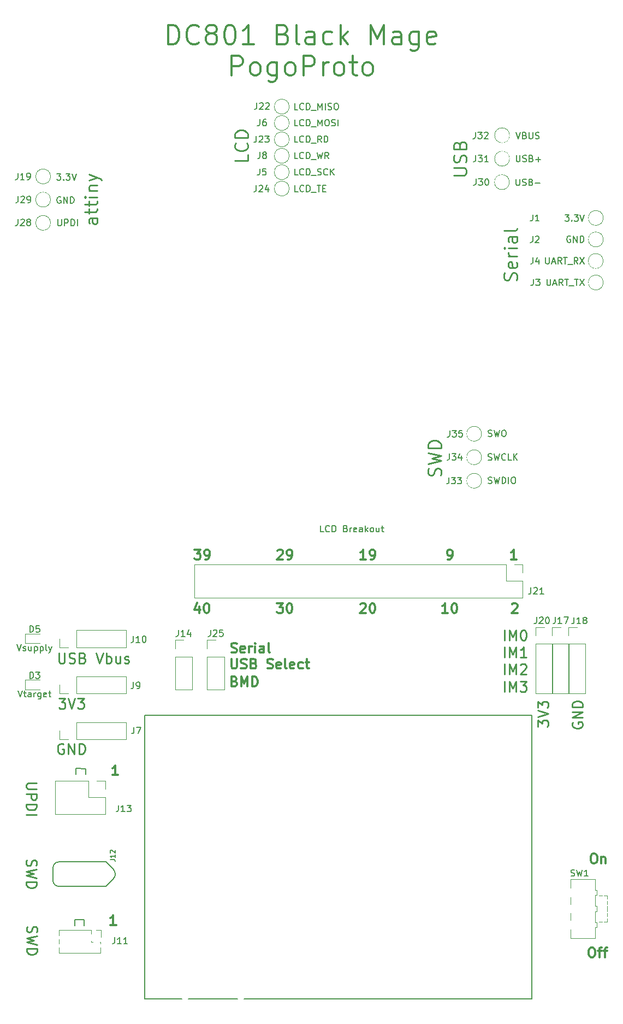
<source format=gto>
G04 #@! TF.GenerationSoftware,KiCad,Pcbnew,(5.1.9)-1*
G04 #@! TF.CreationDate,2021-01-16T04:06:45-07:00*
G04 #@! TF.ProjectId,purplewizard-pogo,70757270-6c65-4776-997a-6172642d706f,1*
G04 #@! TF.SameCoordinates,PX774a7a0PYac0e4a0*
G04 #@! TF.FileFunction,Legend,Top*
G04 #@! TF.FilePolarity,Positive*
%FSLAX46Y46*%
G04 Gerber Fmt 4.6, Leading zero omitted, Abs format (unit mm)*
G04 Created by KiCad (PCBNEW (5.1.9)-1) date 2021-01-16 04:06:45*
%MOMM*%
%LPD*%
G01*
G04 APERTURE LIST*
%ADD10C,0.150000*%
%ADD11C,0.300000*%
%ADD12C,0.250000*%
%ADD13C,0.100000*%
%ADD14C,0.120000*%
%ADD15C,0.127000*%
%ADD16C,2.200000*%
%ADD17C,0.900000*%
%ADD18R,2.500000X1.250000*%
%ADD19C,0.985520*%
%ADD20C,0.988060*%
%ADD21C,0.784860*%
%ADD22R,1.000000X1.000000*%
%ADD23O,1.000000X1.000000*%
%ADD24O,1.300000X2.600000*%
%ADD25O,1.100000X2.200000*%
%ADD26O,1.700000X1.700000*%
%ADD27R,1.700000X1.700000*%
G04 APERTURE END LIST*
D10*
X10440000Y36390000D02*
X10440000Y35470000D01*
X8970000Y36400000D02*
X10440000Y36390000D01*
X8970000Y35490000D02*
X8970000Y36400000D01*
D11*
X15458571Y35401429D02*
X14601428Y35401429D01*
X15030000Y35401429D02*
X15030000Y36901429D01*
X14887142Y36687143D01*
X14744285Y36544286D01*
X14601428Y36472858D01*
X15168571Y12151429D02*
X14311428Y12151429D01*
X14740000Y12151429D02*
X14740000Y13651429D01*
X14597142Y13437143D01*
X14454285Y13294286D01*
X14311428Y13222858D01*
D10*
X10230000Y12970000D02*
X10230000Y12050000D01*
X8760000Y12980000D02*
X10230000Y12970000D01*
X8760000Y12070000D02*
X8760000Y12980000D01*
D11*
X33560000Y49917143D02*
X33774285Y49845715D01*
X33845714Y49774286D01*
X33917142Y49631429D01*
X33917142Y49417143D01*
X33845714Y49274286D01*
X33774285Y49202858D01*
X33631428Y49131429D01*
X33060000Y49131429D01*
X33060000Y50631429D01*
X33560000Y50631429D01*
X33702857Y50560000D01*
X33774285Y50488572D01*
X33845714Y50345715D01*
X33845714Y50202858D01*
X33774285Y50060000D01*
X33702857Y49988572D01*
X33560000Y49917143D01*
X33060000Y49917143D01*
X34560000Y49131429D02*
X34560000Y50631429D01*
X35060000Y49560000D01*
X35560000Y50631429D01*
X35560000Y49131429D01*
X36274285Y49131429D02*
X36274285Y50631429D01*
X36631428Y50631429D01*
X36845714Y50560000D01*
X36988571Y50417143D01*
X37060000Y50274286D01*
X37131428Y49988572D01*
X37131428Y49774286D01*
X37060000Y49488572D01*
X36988571Y49345715D01*
X36845714Y49202858D01*
X36631428Y49131429D01*
X36274285Y49131429D01*
X33035714Y54422858D02*
X33250000Y54351429D01*
X33607142Y54351429D01*
X33750000Y54422858D01*
X33821428Y54494286D01*
X33892857Y54637143D01*
X33892857Y54780000D01*
X33821428Y54922858D01*
X33750000Y54994286D01*
X33607142Y55065715D01*
X33321428Y55137143D01*
X33178571Y55208572D01*
X33107142Y55280000D01*
X33035714Y55422858D01*
X33035714Y55565715D01*
X33107142Y55708572D01*
X33178571Y55780000D01*
X33321428Y55851429D01*
X33678571Y55851429D01*
X33892857Y55780000D01*
X35107142Y54422858D02*
X34964285Y54351429D01*
X34678571Y54351429D01*
X34535714Y54422858D01*
X34464285Y54565715D01*
X34464285Y55137143D01*
X34535714Y55280000D01*
X34678571Y55351429D01*
X34964285Y55351429D01*
X35107142Y55280000D01*
X35178571Y55137143D01*
X35178571Y54994286D01*
X34464285Y54851429D01*
X35821428Y54351429D02*
X35821428Y55351429D01*
X35821428Y55065715D02*
X35892857Y55208572D01*
X35964285Y55280000D01*
X36107142Y55351429D01*
X36250000Y55351429D01*
X36750000Y54351429D02*
X36750000Y55351429D01*
X36750000Y55851429D02*
X36678571Y55780000D01*
X36750000Y55708572D01*
X36821428Y55780000D01*
X36750000Y55851429D01*
X36750000Y55708572D01*
X38107142Y54351429D02*
X38107142Y55137143D01*
X38035714Y55280000D01*
X37892857Y55351429D01*
X37607142Y55351429D01*
X37464285Y55280000D01*
X38107142Y54422858D02*
X37964285Y54351429D01*
X37607142Y54351429D01*
X37464285Y54422858D01*
X37392857Y54565715D01*
X37392857Y54708572D01*
X37464285Y54851429D01*
X37607142Y54922858D01*
X37964285Y54922858D01*
X38107142Y54994286D01*
X39035714Y54351429D02*
X38892857Y54422858D01*
X38821428Y54565715D01*
X38821428Y55851429D01*
X33051428Y53391429D02*
X33051428Y52177143D01*
X33122857Y52034286D01*
X33194285Y51962858D01*
X33337142Y51891429D01*
X33622857Y51891429D01*
X33765714Y51962858D01*
X33837142Y52034286D01*
X33908571Y52177143D01*
X33908571Y53391429D01*
X34551428Y51962858D02*
X34765714Y51891429D01*
X35122857Y51891429D01*
X35265714Y51962858D01*
X35337142Y52034286D01*
X35408571Y52177143D01*
X35408571Y52320000D01*
X35337142Y52462858D01*
X35265714Y52534286D01*
X35122857Y52605715D01*
X34837142Y52677143D01*
X34694285Y52748572D01*
X34622857Y52820000D01*
X34551428Y52962858D01*
X34551428Y53105715D01*
X34622857Y53248572D01*
X34694285Y53320000D01*
X34837142Y53391429D01*
X35194285Y53391429D01*
X35408571Y53320000D01*
X36551428Y52677143D02*
X36765714Y52605715D01*
X36837142Y52534286D01*
X36908571Y52391429D01*
X36908571Y52177143D01*
X36837142Y52034286D01*
X36765714Y51962858D01*
X36622857Y51891429D01*
X36051428Y51891429D01*
X36051428Y53391429D01*
X36551428Y53391429D01*
X36694285Y53320000D01*
X36765714Y53248572D01*
X36837142Y53105715D01*
X36837142Y52962858D01*
X36765714Y52820000D01*
X36694285Y52748572D01*
X36551428Y52677143D01*
X36051428Y52677143D01*
X38622857Y51962858D02*
X38837142Y51891429D01*
X39194285Y51891429D01*
X39337142Y51962858D01*
X39408571Y52034286D01*
X39480000Y52177143D01*
X39480000Y52320000D01*
X39408571Y52462858D01*
X39337142Y52534286D01*
X39194285Y52605715D01*
X38908571Y52677143D01*
X38765714Y52748572D01*
X38694285Y52820000D01*
X38622857Y52962858D01*
X38622857Y53105715D01*
X38694285Y53248572D01*
X38765714Y53320000D01*
X38908571Y53391429D01*
X39265714Y53391429D01*
X39480000Y53320000D01*
X40694285Y51962858D02*
X40551428Y51891429D01*
X40265714Y51891429D01*
X40122857Y51962858D01*
X40051428Y52105715D01*
X40051428Y52677143D01*
X40122857Y52820000D01*
X40265714Y52891429D01*
X40551428Y52891429D01*
X40694285Y52820000D01*
X40765714Y52677143D01*
X40765714Y52534286D01*
X40051428Y52391429D01*
X41622857Y51891429D02*
X41480000Y51962858D01*
X41408571Y52105715D01*
X41408571Y53391429D01*
X42765714Y51962858D02*
X42622857Y51891429D01*
X42337142Y51891429D01*
X42194285Y51962858D01*
X42122857Y52105715D01*
X42122857Y52677143D01*
X42194285Y52820000D01*
X42337142Y52891429D01*
X42622857Y52891429D01*
X42765714Y52820000D01*
X42837142Y52677143D01*
X42837142Y52534286D01*
X42122857Y52391429D01*
X44122857Y51962858D02*
X43980000Y51891429D01*
X43694285Y51891429D01*
X43551428Y51962858D01*
X43480000Y52034286D01*
X43408571Y52177143D01*
X43408571Y52605715D01*
X43480000Y52748572D01*
X43551428Y52820000D01*
X43694285Y52891429D01*
X43980000Y52891429D01*
X44122857Y52820000D01*
X44551428Y52891429D02*
X45122857Y52891429D01*
X44765714Y53391429D02*
X44765714Y52105715D01*
X44837142Y51962858D01*
X44980000Y51891429D01*
X45122857Y51891429D01*
X88820000Y8661429D02*
X89105714Y8661429D01*
X89248571Y8590000D01*
X89391428Y8447143D01*
X89462857Y8161429D01*
X89462857Y7661429D01*
X89391428Y7375715D01*
X89248571Y7232858D01*
X89105714Y7161429D01*
X88820000Y7161429D01*
X88677142Y7232858D01*
X88534285Y7375715D01*
X88462857Y7661429D01*
X88462857Y8161429D01*
X88534285Y8447143D01*
X88677142Y8590000D01*
X88820000Y8661429D01*
X89891428Y8161429D02*
X90462857Y8161429D01*
X90105714Y7161429D02*
X90105714Y8447143D01*
X90177142Y8590000D01*
X90320000Y8661429D01*
X90462857Y8661429D01*
X90748571Y8161429D02*
X91320000Y8161429D01*
X90962857Y7161429D02*
X90962857Y8447143D01*
X91034285Y8590000D01*
X91177142Y8661429D01*
X91320000Y8661429D01*
X89118571Y23201429D02*
X89404285Y23201429D01*
X89547142Y23130000D01*
X89690000Y22987143D01*
X89761428Y22701429D01*
X89761428Y22201429D01*
X89690000Y21915715D01*
X89547142Y21772858D01*
X89404285Y21701429D01*
X89118571Y21701429D01*
X88975714Y21772858D01*
X88832857Y21915715D01*
X88761428Y22201429D01*
X88761428Y22701429D01*
X88832857Y22987143D01*
X88975714Y23130000D01*
X89118571Y23201429D01*
X90404285Y22701429D02*
X90404285Y21701429D01*
X90404285Y22558572D02*
X90475714Y22630000D01*
X90618571Y22701429D01*
X90832857Y22701429D01*
X90975714Y22630000D01*
X91047142Y22487143D01*
X91047142Y21701429D01*
X66634285Y68821429D02*
X66920000Y68821429D01*
X67062857Y68892858D01*
X67134285Y68964286D01*
X67277142Y69178572D01*
X67348571Y69464286D01*
X67348571Y70035715D01*
X67277142Y70178572D01*
X67205714Y70250000D01*
X67062857Y70321429D01*
X66777142Y70321429D01*
X66634285Y70250000D01*
X66562857Y70178572D01*
X66491428Y70035715D01*
X66491428Y69678572D01*
X66562857Y69535715D01*
X66634285Y69464286D01*
X66777142Y69392858D01*
X67062857Y69392858D01*
X67205714Y69464286D01*
X67277142Y69535715D01*
X67348571Y69678572D01*
X40207142Y70178572D02*
X40278571Y70250000D01*
X40421428Y70321429D01*
X40778571Y70321429D01*
X40921428Y70250000D01*
X40992857Y70178572D01*
X41064285Y70035715D01*
X41064285Y69892858D01*
X40992857Y69678572D01*
X40135714Y68821429D01*
X41064285Y68821429D01*
X41778571Y68821429D02*
X42064285Y68821429D01*
X42207142Y68892858D01*
X42278571Y68964286D01*
X42421428Y69178572D01*
X42492857Y69464286D01*
X42492857Y70035715D01*
X42421428Y70178572D01*
X42350000Y70250000D01*
X42207142Y70321429D01*
X41921428Y70321429D01*
X41778571Y70250000D01*
X41707142Y70178572D01*
X41635714Y70035715D01*
X41635714Y69678572D01*
X41707142Y69535715D01*
X41778571Y69464286D01*
X41921428Y69392858D01*
X42207142Y69392858D01*
X42350000Y69464286D01*
X42421428Y69535715D01*
X42492857Y69678572D01*
X53924285Y68821429D02*
X53067142Y68821429D01*
X53495714Y68821429D02*
X53495714Y70321429D01*
X53352857Y70107143D01*
X53210000Y69964286D01*
X53067142Y69892858D01*
X54638571Y68821429D02*
X54924285Y68821429D01*
X55067142Y68892858D01*
X55138571Y68964286D01*
X55281428Y69178572D01*
X55352857Y69464286D01*
X55352857Y70035715D01*
X55281428Y70178572D01*
X55210000Y70250000D01*
X55067142Y70321429D01*
X54781428Y70321429D01*
X54638571Y70250000D01*
X54567142Y70178572D01*
X54495714Y70035715D01*
X54495714Y69678572D01*
X54567142Y69535715D01*
X54638571Y69464286D01*
X54781428Y69392858D01*
X55067142Y69392858D01*
X55210000Y69464286D01*
X55281428Y69535715D01*
X55352857Y69678572D01*
X66634285Y60511429D02*
X65777142Y60511429D01*
X66205714Y60511429D02*
X66205714Y62011429D01*
X66062857Y61797143D01*
X65920000Y61654286D01*
X65777142Y61582858D01*
X67562857Y62011429D02*
X67705714Y62011429D01*
X67848571Y61940000D01*
X67920000Y61868572D01*
X67991428Y61725715D01*
X68062857Y61440000D01*
X68062857Y61082858D01*
X67991428Y60797143D01*
X67920000Y60654286D01*
X67848571Y60582858D01*
X67705714Y60511429D01*
X67562857Y60511429D01*
X67420000Y60582858D01*
X67348571Y60654286D01*
X67277142Y60797143D01*
X67205714Y61082858D01*
X67205714Y61440000D01*
X67277142Y61725715D01*
X67348571Y61868572D01*
X67420000Y61940000D01*
X67562857Y62011429D01*
X53067142Y61868572D02*
X53138571Y61940000D01*
X53281428Y62011429D01*
X53638571Y62011429D01*
X53781428Y61940000D01*
X53852857Y61868572D01*
X53924285Y61725715D01*
X53924285Y61582858D01*
X53852857Y61368572D01*
X52995714Y60511429D01*
X53924285Y60511429D01*
X54852857Y62011429D02*
X54995714Y62011429D01*
X55138571Y61940000D01*
X55210000Y61868572D01*
X55281428Y61725715D01*
X55352857Y61440000D01*
X55352857Y61082858D01*
X55281428Y60797143D01*
X55210000Y60654286D01*
X55138571Y60582858D01*
X54995714Y60511429D01*
X54852857Y60511429D01*
X54710000Y60582858D01*
X54638571Y60654286D01*
X54567142Y60797143D01*
X54495714Y61082858D01*
X54495714Y61440000D01*
X54567142Y61725715D01*
X54638571Y61868572D01*
X54710000Y61940000D01*
X54852857Y62011429D01*
X40135714Y62011429D02*
X41064285Y62011429D01*
X40564285Y61440000D01*
X40778571Y61440000D01*
X40921428Y61368572D01*
X40992857Y61297143D01*
X41064285Y61154286D01*
X41064285Y60797143D01*
X40992857Y60654286D01*
X40921428Y60582858D01*
X40778571Y60511429D01*
X40350000Y60511429D01*
X40207142Y60582858D01*
X40135714Y60654286D01*
X41992857Y62011429D02*
X42135714Y62011429D01*
X42278571Y61940000D01*
X42350000Y61868572D01*
X42421428Y61725715D01*
X42492857Y61440000D01*
X42492857Y61082858D01*
X42421428Y60797143D01*
X42350000Y60654286D01*
X42278571Y60582858D01*
X42135714Y60511429D01*
X41992857Y60511429D01*
X41850000Y60582858D01*
X41778571Y60654286D01*
X41707142Y60797143D01*
X41635714Y61082858D01*
X41635714Y61440000D01*
X41707142Y61725715D01*
X41778571Y61868572D01*
X41850000Y61940000D01*
X41992857Y62011429D01*
X28071428Y61511429D02*
X28071428Y60511429D01*
X27714285Y62082858D02*
X27357142Y61011429D01*
X28285714Y61011429D01*
X29142857Y62011429D02*
X29285714Y62011429D01*
X29428571Y61940000D01*
X29500000Y61868572D01*
X29571428Y61725715D01*
X29642857Y61440000D01*
X29642857Y61082858D01*
X29571428Y60797143D01*
X29500000Y60654286D01*
X29428571Y60582858D01*
X29285714Y60511429D01*
X29142857Y60511429D01*
X29000000Y60582858D01*
X28928571Y60654286D01*
X28857142Y60797143D01*
X28785714Y61082858D01*
X28785714Y61440000D01*
X28857142Y61725715D01*
X28928571Y61868572D01*
X29000000Y61940000D01*
X29142857Y62011429D01*
X27335714Y70321429D02*
X28264285Y70321429D01*
X27764285Y69750000D01*
X27978571Y69750000D01*
X28121428Y69678572D01*
X28192857Y69607143D01*
X28264285Y69464286D01*
X28264285Y69107143D01*
X28192857Y68964286D01*
X28121428Y68892858D01*
X27978571Y68821429D01*
X27550000Y68821429D01*
X27407142Y68892858D01*
X27335714Y68964286D01*
X28978571Y68821429D02*
X29264285Y68821429D01*
X29407142Y68892858D01*
X29478571Y68964286D01*
X29621428Y69178572D01*
X29692857Y69464286D01*
X29692857Y70035715D01*
X29621428Y70178572D01*
X29550000Y70250000D01*
X29407142Y70321429D01*
X29121428Y70321429D01*
X28978571Y70250000D01*
X28907142Y70178572D01*
X28835714Y70035715D01*
X28835714Y69678572D01*
X28907142Y69535715D01*
X28978571Y69464286D01*
X29121428Y69392858D01*
X29407142Y69392858D01*
X29550000Y69464286D01*
X29621428Y69535715D01*
X29692857Y69678572D01*
X76561428Y61868572D02*
X76632857Y61940000D01*
X76775714Y62011429D01*
X77132857Y62011429D01*
X77275714Y61940000D01*
X77347142Y61868572D01*
X77418571Y61725715D01*
X77418571Y61582858D01*
X77347142Y61368572D01*
X76490000Y60511429D01*
X77418571Y60511429D01*
X77278571Y68821429D02*
X76421428Y68821429D01*
X76850000Y68821429D02*
X76850000Y70321429D01*
X76707142Y70107143D01*
X76564285Y69964286D01*
X76421428Y69892858D01*
D12*
X1392380Y11921429D02*
X1316190Y11692858D01*
X1316190Y11311905D01*
X1392380Y11159524D01*
X1468571Y11083334D01*
X1620952Y11007143D01*
X1773333Y11007143D01*
X1925714Y11083334D01*
X2001904Y11159524D01*
X2078095Y11311905D01*
X2154285Y11616667D01*
X2230476Y11769048D01*
X2306666Y11845239D01*
X2459047Y11921429D01*
X2611428Y11921429D01*
X2763809Y11845239D01*
X2840000Y11769048D01*
X2916190Y11616667D01*
X2916190Y11235715D01*
X2840000Y11007143D01*
X2916190Y10473810D02*
X1316190Y10092858D01*
X2459047Y9788096D01*
X1316190Y9483334D01*
X2916190Y9102381D01*
X1316190Y8492858D02*
X2916190Y8492858D01*
X2916190Y8111905D01*
X2840000Y7883334D01*
X2687619Y7730953D01*
X2535238Y7654762D01*
X2230476Y7578572D01*
X2001904Y7578572D01*
X1697142Y7654762D01*
X1544761Y7730953D01*
X1392380Y7883334D01*
X1316190Y8111905D01*
X1316190Y8492858D01*
X1342380Y22241429D02*
X1266190Y22012858D01*
X1266190Y21631905D01*
X1342380Y21479524D01*
X1418571Y21403334D01*
X1570952Y21327143D01*
X1723333Y21327143D01*
X1875714Y21403334D01*
X1951904Y21479524D01*
X2028095Y21631905D01*
X2104285Y21936667D01*
X2180476Y22089048D01*
X2256666Y22165239D01*
X2409047Y22241429D01*
X2561428Y22241429D01*
X2713809Y22165239D01*
X2790000Y22089048D01*
X2866190Y21936667D01*
X2866190Y21555715D01*
X2790000Y21327143D01*
X2866190Y20793810D02*
X1266190Y20412858D01*
X2409047Y20108096D01*
X1266190Y19803334D01*
X2866190Y19422381D01*
X1266190Y18812858D02*
X2866190Y18812858D01*
X2866190Y18431905D01*
X2790000Y18203334D01*
X2637619Y18050953D01*
X2485238Y17974762D01*
X2180476Y17898572D01*
X1951904Y17898572D01*
X1647142Y17974762D01*
X1494761Y18050953D01*
X1342380Y18203334D01*
X1266190Y18431905D01*
X1266190Y18812858D01*
X2856190Y34158096D02*
X1560952Y34158096D01*
X1408571Y34081905D01*
X1332380Y34005715D01*
X1256190Y33853334D01*
X1256190Y33548572D01*
X1332380Y33396191D01*
X1408571Y33320000D01*
X1560952Y33243810D01*
X2856190Y33243810D01*
X1256190Y32481905D02*
X2856190Y32481905D01*
X2856190Y31872381D01*
X2780000Y31720000D01*
X2703809Y31643810D01*
X2551428Y31567620D01*
X2322857Y31567620D01*
X2170476Y31643810D01*
X2094285Y31720000D01*
X2018095Y31872381D01*
X2018095Y32481905D01*
X1256190Y30881905D02*
X2856190Y30881905D01*
X2856190Y30500953D01*
X2780000Y30272381D01*
X2627619Y30120000D01*
X2475238Y30043810D01*
X2170476Y29967620D01*
X1941904Y29967620D01*
X1637142Y30043810D01*
X1484761Y30120000D01*
X1332380Y30272381D01*
X1256190Y30500953D01*
X1256190Y30881905D01*
X1256190Y29281905D02*
X2856190Y29281905D01*
X6290476Y54336191D02*
X6290476Y53040953D01*
X6366666Y52888572D01*
X6442857Y52812381D01*
X6595238Y52736191D01*
X6900000Y52736191D01*
X7052380Y52812381D01*
X7128571Y52888572D01*
X7204761Y53040953D01*
X7204761Y54336191D01*
X7890476Y52812381D02*
X8119047Y52736191D01*
X8500000Y52736191D01*
X8652380Y52812381D01*
X8728571Y52888572D01*
X8804761Y53040953D01*
X8804761Y53193334D01*
X8728571Y53345715D01*
X8652380Y53421905D01*
X8500000Y53498096D01*
X8195238Y53574286D01*
X8042857Y53650477D01*
X7966666Y53726667D01*
X7890476Y53879048D01*
X7890476Y54031429D01*
X7966666Y54183810D01*
X8042857Y54260000D01*
X8195238Y54336191D01*
X8576190Y54336191D01*
X8804761Y54260000D01*
X10023809Y53574286D02*
X10252380Y53498096D01*
X10328571Y53421905D01*
X10404761Y53269524D01*
X10404761Y53040953D01*
X10328571Y52888572D01*
X10252380Y52812381D01*
X10100000Y52736191D01*
X9490476Y52736191D01*
X9490476Y54336191D01*
X10023809Y54336191D01*
X10176190Y54260000D01*
X10252380Y54183810D01*
X10328571Y54031429D01*
X10328571Y53879048D01*
X10252380Y53726667D01*
X10176190Y53650477D01*
X10023809Y53574286D01*
X9490476Y53574286D01*
X12080952Y54336191D02*
X12614285Y52736191D01*
X13147619Y54336191D01*
X13680952Y52736191D02*
X13680952Y54336191D01*
X13680952Y53726667D02*
X13833333Y53802858D01*
X14138095Y53802858D01*
X14290476Y53726667D01*
X14366666Y53650477D01*
X14442857Y53498096D01*
X14442857Y53040953D01*
X14366666Y52888572D01*
X14290476Y52812381D01*
X14138095Y52736191D01*
X13833333Y52736191D01*
X13680952Y52812381D01*
X15814285Y53802858D02*
X15814285Y52736191D01*
X15128571Y53802858D02*
X15128571Y52964762D01*
X15204761Y52812381D01*
X15357142Y52736191D01*
X15585714Y52736191D01*
X15738095Y52812381D01*
X15814285Y52888572D01*
X16500000Y52812381D02*
X16652380Y52736191D01*
X16957142Y52736191D01*
X17109523Y52812381D01*
X17185714Y52964762D01*
X17185714Y53040953D01*
X17109523Y53193334D01*
X16957142Y53269524D01*
X16728571Y53269524D01*
X16576190Y53345715D01*
X16500000Y53498096D01*
X16500000Y53574286D01*
X16576190Y53726667D01*
X16728571Y53802858D01*
X16957142Y53802858D01*
X17109523Y53726667D01*
X6299047Y47286191D02*
X7289523Y47286191D01*
X6756190Y46676667D01*
X6984761Y46676667D01*
X7137142Y46600477D01*
X7213333Y46524286D01*
X7289523Y46371905D01*
X7289523Y45990953D01*
X7213333Y45838572D01*
X7137142Y45762381D01*
X6984761Y45686191D01*
X6527619Y45686191D01*
X6375238Y45762381D01*
X6299047Y45838572D01*
X7746666Y47286191D02*
X8280000Y45686191D01*
X8813333Y47286191D01*
X9194285Y47286191D02*
X10184761Y47286191D01*
X9651428Y46676667D01*
X9880000Y46676667D01*
X10032380Y46600477D01*
X10108571Y46524286D01*
X10184761Y46371905D01*
X10184761Y45990953D01*
X10108571Y45838572D01*
X10032380Y45762381D01*
X9880000Y45686191D01*
X9422857Y45686191D01*
X9270476Y45762381D01*
X9194285Y45838572D01*
X7020952Y40200000D02*
X6868571Y40276191D01*
X6640000Y40276191D01*
X6411428Y40200000D01*
X6259047Y40047620D01*
X6182857Y39895239D01*
X6106666Y39590477D01*
X6106666Y39361905D01*
X6182857Y39057143D01*
X6259047Y38904762D01*
X6411428Y38752381D01*
X6640000Y38676191D01*
X6792380Y38676191D01*
X7020952Y38752381D01*
X7097142Y38828572D01*
X7097142Y39361905D01*
X6792380Y39361905D01*
X7782857Y38676191D02*
X7782857Y40276191D01*
X8697142Y38676191D01*
X8697142Y40276191D01*
X9459047Y38676191D02*
X9459047Y40276191D01*
X9840000Y40276191D01*
X10068571Y40200000D01*
X10220952Y40047620D01*
X10297142Y39895239D01*
X10373333Y39590477D01*
X10373333Y39361905D01*
X10297142Y39057143D01*
X10220952Y38904762D01*
X10068571Y38752381D01*
X9840000Y38676191D01*
X9459047Y38676191D01*
X85990000Y43520953D02*
X85913809Y43368572D01*
X85913809Y43140000D01*
X85990000Y42911429D01*
X86142380Y42759048D01*
X86294761Y42682858D01*
X86599523Y42606667D01*
X86828095Y42606667D01*
X87132857Y42682858D01*
X87285238Y42759048D01*
X87437619Y42911429D01*
X87513809Y43140000D01*
X87513809Y43292381D01*
X87437619Y43520953D01*
X87361428Y43597143D01*
X86828095Y43597143D01*
X86828095Y43292381D01*
X87513809Y44282858D02*
X85913809Y44282858D01*
X87513809Y45197143D01*
X85913809Y45197143D01*
X87513809Y45959048D02*
X85913809Y45959048D01*
X85913809Y46340000D01*
X85990000Y46568572D01*
X86142380Y46720953D01*
X86294761Y46797143D01*
X86599523Y46873334D01*
X86828095Y46873334D01*
X87132857Y46797143D01*
X87285238Y46720953D01*
X87437619Y46568572D01*
X87513809Y46340000D01*
X87513809Y45959048D01*
X80603809Y42909048D02*
X80603809Y43899524D01*
X81213333Y43366191D01*
X81213333Y43594762D01*
X81289523Y43747143D01*
X81365714Y43823334D01*
X81518095Y43899524D01*
X81899047Y43899524D01*
X82051428Y43823334D01*
X82127619Y43747143D01*
X82203809Y43594762D01*
X82203809Y43137620D01*
X82127619Y42985239D01*
X82051428Y42909048D01*
X80603809Y44356667D02*
X82203809Y44890000D01*
X80603809Y45423334D01*
X80603809Y45804286D02*
X80603809Y46794762D01*
X81213333Y46261429D01*
X81213333Y46490000D01*
X81289523Y46642381D01*
X81365714Y46718572D01*
X81518095Y46794762D01*
X81899047Y46794762D01*
X82051428Y46718572D01*
X82127619Y46642381D01*
X82203809Y46490000D01*
X82203809Y46032858D01*
X82127619Y45880477D01*
X82051428Y45804286D01*
X75383809Y56281191D02*
X75383809Y57881191D01*
X76145714Y56281191D02*
X76145714Y57881191D01*
X76679047Y56738334D01*
X77212380Y57881191D01*
X77212380Y56281191D01*
X78279047Y57881191D02*
X78431428Y57881191D01*
X78583809Y57805000D01*
X78660000Y57728810D01*
X78736190Y57576429D01*
X78812380Y57271667D01*
X78812380Y56890715D01*
X78736190Y56585953D01*
X78660000Y56433572D01*
X78583809Y56357381D01*
X78431428Y56281191D01*
X78279047Y56281191D01*
X78126666Y56357381D01*
X78050476Y56433572D01*
X77974285Y56585953D01*
X77898095Y56890715D01*
X77898095Y57271667D01*
X77974285Y57576429D01*
X78050476Y57728810D01*
X78126666Y57805000D01*
X78279047Y57881191D01*
X75383809Y53631191D02*
X75383809Y55231191D01*
X76145714Y53631191D02*
X76145714Y55231191D01*
X76679047Y54088334D01*
X77212380Y55231191D01*
X77212380Y53631191D01*
X78812380Y53631191D02*
X77898095Y53631191D01*
X78355238Y53631191D02*
X78355238Y55231191D01*
X78202857Y55002620D01*
X78050476Y54850239D01*
X77898095Y54774048D01*
X75383809Y50981191D02*
X75383809Y52581191D01*
X76145714Y50981191D02*
X76145714Y52581191D01*
X76679047Y51438334D01*
X77212380Y52581191D01*
X77212380Y50981191D01*
X77898095Y52428810D02*
X77974285Y52505000D01*
X78126666Y52581191D01*
X78507619Y52581191D01*
X78660000Y52505000D01*
X78736190Y52428810D01*
X78812380Y52276429D01*
X78812380Y52124048D01*
X78736190Y51895477D01*
X77821904Y50981191D01*
X78812380Y50981191D01*
X75383809Y48331191D02*
X75383809Y49931191D01*
X76145714Y48331191D02*
X76145714Y49931191D01*
X76679047Y48788334D01*
X77212380Y49931191D01*
X77212380Y48331191D01*
X77821904Y49931191D02*
X78812380Y49931191D01*
X78279047Y49321667D01*
X78507619Y49321667D01*
X78660000Y49245477D01*
X78736190Y49169286D01*
X78812380Y49016905D01*
X78812380Y48635953D01*
X78736190Y48483572D01*
X78660000Y48407381D01*
X78507619Y48331191D01*
X78050476Y48331191D01*
X77898095Y48407381D01*
X77821904Y48483572D01*
D11*
X23255714Y148602858D02*
X23255714Y151602858D01*
X23970000Y151602858D01*
X24398571Y151460000D01*
X24684285Y151174286D01*
X24827142Y150888572D01*
X24970000Y150317143D01*
X24970000Y149888572D01*
X24827142Y149317143D01*
X24684285Y149031429D01*
X24398571Y148745715D01*
X23970000Y148602858D01*
X23255714Y148602858D01*
X27970000Y148888572D02*
X27827142Y148745715D01*
X27398571Y148602858D01*
X27112857Y148602858D01*
X26684285Y148745715D01*
X26398571Y149031429D01*
X26255714Y149317143D01*
X26112857Y149888572D01*
X26112857Y150317143D01*
X26255714Y150888572D01*
X26398571Y151174286D01*
X26684285Y151460000D01*
X27112857Y151602858D01*
X27398571Y151602858D01*
X27827142Y151460000D01*
X27970000Y151317143D01*
X29684285Y150317143D02*
X29398571Y150460000D01*
X29255714Y150602858D01*
X29112857Y150888572D01*
X29112857Y151031429D01*
X29255714Y151317143D01*
X29398571Y151460000D01*
X29684285Y151602858D01*
X30255714Y151602858D01*
X30541428Y151460000D01*
X30684285Y151317143D01*
X30827142Y151031429D01*
X30827142Y150888572D01*
X30684285Y150602858D01*
X30541428Y150460000D01*
X30255714Y150317143D01*
X29684285Y150317143D01*
X29398571Y150174286D01*
X29255714Y150031429D01*
X29112857Y149745715D01*
X29112857Y149174286D01*
X29255714Y148888572D01*
X29398571Y148745715D01*
X29684285Y148602858D01*
X30255714Y148602858D01*
X30541428Y148745715D01*
X30684285Y148888572D01*
X30827142Y149174286D01*
X30827142Y149745715D01*
X30684285Y150031429D01*
X30541428Y150174286D01*
X30255714Y150317143D01*
X32684285Y151602858D02*
X32970000Y151602858D01*
X33255714Y151460000D01*
X33398571Y151317143D01*
X33541428Y151031429D01*
X33684285Y150460000D01*
X33684285Y149745715D01*
X33541428Y149174286D01*
X33398571Y148888572D01*
X33255714Y148745715D01*
X32970000Y148602858D01*
X32684285Y148602858D01*
X32398571Y148745715D01*
X32255714Y148888572D01*
X32112857Y149174286D01*
X31970000Y149745715D01*
X31970000Y150460000D01*
X32112857Y151031429D01*
X32255714Y151317143D01*
X32398571Y151460000D01*
X32684285Y151602858D01*
X36541428Y148602858D02*
X34827142Y148602858D01*
X35684285Y148602858D02*
X35684285Y151602858D01*
X35398571Y151174286D01*
X35112857Y150888572D01*
X34827142Y150745715D01*
X41112857Y150174286D02*
X41541428Y150031429D01*
X41684285Y149888572D01*
X41827142Y149602858D01*
X41827142Y149174286D01*
X41684285Y148888572D01*
X41541428Y148745715D01*
X41255714Y148602858D01*
X40112857Y148602858D01*
X40112857Y151602858D01*
X41112857Y151602858D01*
X41398571Y151460000D01*
X41541428Y151317143D01*
X41684285Y151031429D01*
X41684285Y150745715D01*
X41541428Y150460000D01*
X41398571Y150317143D01*
X41112857Y150174286D01*
X40112857Y150174286D01*
X43541428Y148602858D02*
X43255714Y148745715D01*
X43112857Y149031429D01*
X43112857Y151602858D01*
X45970000Y148602858D02*
X45970000Y150174286D01*
X45827142Y150460000D01*
X45541428Y150602858D01*
X44970000Y150602858D01*
X44684285Y150460000D01*
X45970000Y148745715D02*
X45684285Y148602858D01*
X44970000Y148602858D01*
X44684285Y148745715D01*
X44541428Y149031429D01*
X44541428Y149317143D01*
X44684285Y149602858D01*
X44970000Y149745715D01*
X45684285Y149745715D01*
X45970000Y149888572D01*
X48684285Y148745715D02*
X48398571Y148602858D01*
X47827142Y148602858D01*
X47541428Y148745715D01*
X47398571Y148888572D01*
X47255714Y149174286D01*
X47255714Y150031429D01*
X47398571Y150317143D01*
X47541428Y150460000D01*
X47827142Y150602858D01*
X48398571Y150602858D01*
X48684285Y150460000D01*
X49970000Y148602858D02*
X49970000Y151602858D01*
X50255714Y149745715D02*
X51112857Y148602858D01*
X51112857Y150602858D02*
X49970000Y149460000D01*
X54684285Y148602858D02*
X54684285Y151602858D01*
X55684285Y149460000D01*
X56684285Y151602858D01*
X56684285Y148602858D01*
X59398571Y148602858D02*
X59398571Y150174286D01*
X59255714Y150460000D01*
X58970000Y150602858D01*
X58398571Y150602858D01*
X58112857Y150460000D01*
X59398571Y148745715D02*
X59112857Y148602858D01*
X58398571Y148602858D01*
X58112857Y148745715D01*
X57970000Y149031429D01*
X57970000Y149317143D01*
X58112857Y149602858D01*
X58398571Y149745715D01*
X59112857Y149745715D01*
X59398571Y149888572D01*
X62112857Y150602858D02*
X62112857Y148174286D01*
X61970000Y147888572D01*
X61827142Y147745715D01*
X61541428Y147602858D01*
X61112857Y147602858D01*
X60827142Y147745715D01*
X62112857Y148745715D02*
X61827142Y148602858D01*
X61255714Y148602858D01*
X60970000Y148745715D01*
X60827142Y148888572D01*
X60684285Y149174286D01*
X60684285Y150031429D01*
X60827142Y150317143D01*
X60970000Y150460000D01*
X61255714Y150602858D01*
X61827142Y150602858D01*
X62112857Y150460000D01*
X64684285Y148745715D02*
X64398571Y148602858D01*
X63827142Y148602858D01*
X63541428Y148745715D01*
X63398571Y149031429D01*
X63398571Y150174286D01*
X63541428Y150460000D01*
X63827142Y150602858D01*
X64398571Y150602858D01*
X64684285Y150460000D01*
X64827142Y150174286D01*
X64827142Y149888572D01*
X63398571Y149602858D01*
X33112857Y143802858D02*
X33112857Y146802858D01*
X34255714Y146802858D01*
X34541428Y146660000D01*
X34684285Y146517143D01*
X34827142Y146231429D01*
X34827142Y145802858D01*
X34684285Y145517143D01*
X34541428Y145374286D01*
X34255714Y145231429D01*
X33112857Y145231429D01*
X36541428Y143802858D02*
X36255714Y143945715D01*
X36112857Y144088572D01*
X35970000Y144374286D01*
X35970000Y145231429D01*
X36112857Y145517143D01*
X36255714Y145660000D01*
X36541428Y145802858D01*
X36970000Y145802858D01*
X37255714Y145660000D01*
X37398571Y145517143D01*
X37541428Y145231429D01*
X37541428Y144374286D01*
X37398571Y144088572D01*
X37255714Y143945715D01*
X36970000Y143802858D01*
X36541428Y143802858D01*
X40112857Y145802858D02*
X40112857Y143374286D01*
X39970000Y143088572D01*
X39827142Y142945715D01*
X39541428Y142802858D01*
X39112857Y142802858D01*
X38827142Y142945715D01*
X40112857Y143945715D02*
X39827142Y143802858D01*
X39255714Y143802858D01*
X38970000Y143945715D01*
X38827142Y144088572D01*
X38684285Y144374286D01*
X38684285Y145231429D01*
X38827142Y145517143D01*
X38970000Y145660000D01*
X39255714Y145802858D01*
X39827142Y145802858D01*
X40112857Y145660000D01*
X41970000Y143802858D02*
X41684285Y143945715D01*
X41541428Y144088572D01*
X41398571Y144374286D01*
X41398571Y145231429D01*
X41541428Y145517143D01*
X41684285Y145660000D01*
X41970000Y145802858D01*
X42398571Y145802858D01*
X42684285Y145660000D01*
X42827142Y145517143D01*
X42970000Y145231429D01*
X42970000Y144374286D01*
X42827142Y144088572D01*
X42684285Y143945715D01*
X42398571Y143802858D01*
X41970000Y143802858D01*
X44255714Y143802858D02*
X44255714Y146802858D01*
X45398571Y146802858D01*
X45684285Y146660000D01*
X45827142Y146517143D01*
X45970000Y146231429D01*
X45970000Y145802858D01*
X45827142Y145517143D01*
X45684285Y145374286D01*
X45398571Y145231429D01*
X44255714Y145231429D01*
X47255714Y143802858D02*
X47255714Y145802858D01*
X47255714Y145231429D02*
X47398571Y145517143D01*
X47541428Y145660000D01*
X47827142Y145802858D01*
X48112857Y145802858D01*
X49541428Y143802858D02*
X49255714Y143945715D01*
X49112857Y144088572D01*
X48970000Y144374286D01*
X48970000Y145231429D01*
X49112857Y145517143D01*
X49255714Y145660000D01*
X49541428Y145802858D01*
X49970000Y145802858D01*
X50255714Y145660000D01*
X50398571Y145517143D01*
X50541428Y145231429D01*
X50541428Y144374286D01*
X50398571Y144088572D01*
X50255714Y143945715D01*
X49970000Y143802858D01*
X49541428Y143802858D01*
X51398571Y145802858D02*
X52541428Y145802858D01*
X51827142Y146802858D02*
X51827142Y144231429D01*
X51970000Y143945715D01*
X52255714Y143802858D01*
X52541428Y143802858D01*
X53970000Y143802858D02*
X53684285Y143945715D01*
X53541428Y144088572D01*
X53398571Y144374286D01*
X53398571Y145231429D01*
X53541428Y145517143D01*
X53684285Y145660000D01*
X53970000Y145802858D01*
X54398571Y145802858D01*
X54684285Y145660000D01*
X54827142Y145517143D01*
X54970000Y145231429D01*
X54970000Y144374286D01*
X54827142Y144088572D01*
X54684285Y143945715D01*
X54398571Y143802858D01*
X53970000Y143802858D01*
D12*
X77239523Y112067620D02*
X77334761Y112353334D01*
X77334761Y112829524D01*
X77239523Y113020000D01*
X77144285Y113115239D01*
X76953809Y113210477D01*
X76763333Y113210477D01*
X76572857Y113115239D01*
X76477619Y113020000D01*
X76382380Y112829524D01*
X76287142Y112448572D01*
X76191904Y112258096D01*
X76096666Y112162858D01*
X75906190Y112067620D01*
X75715714Y112067620D01*
X75525238Y112162858D01*
X75430000Y112258096D01*
X75334761Y112448572D01*
X75334761Y112924762D01*
X75430000Y113210477D01*
X77239523Y114829524D02*
X77334761Y114639048D01*
X77334761Y114258096D01*
X77239523Y114067620D01*
X77049047Y113972381D01*
X76287142Y113972381D01*
X76096666Y114067620D01*
X76001428Y114258096D01*
X76001428Y114639048D01*
X76096666Y114829524D01*
X76287142Y114924762D01*
X76477619Y114924762D01*
X76668095Y113972381D01*
X77334761Y115781905D02*
X76001428Y115781905D01*
X76382380Y115781905D02*
X76191904Y115877143D01*
X76096666Y115972381D01*
X76001428Y116162858D01*
X76001428Y116353334D01*
X77334761Y117020000D02*
X76001428Y117020000D01*
X75334761Y117020000D02*
X75430000Y116924762D01*
X75525238Y117020000D01*
X75430000Y117115239D01*
X75334761Y117020000D01*
X75525238Y117020000D01*
X77334761Y118829524D02*
X76287142Y118829524D01*
X76096666Y118734286D01*
X76001428Y118543810D01*
X76001428Y118162858D01*
X76096666Y117972381D01*
X77239523Y118829524D02*
X77334761Y118639048D01*
X77334761Y118162858D01*
X77239523Y117972381D01*
X77049047Y117877143D01*
X76858571Y117877143D01*
X76668095Y117972381D01*
X76572857Y118162858D01*
X76572857Y118639048D01*
X76477619Y118829524D01*
X77334761Y120067620D02*
X77239523Y119877143D01*
X77049047Y119781905D01*
X75334761Y119781905D01*
X65459523Y81785715D02*
X65554761Y82071429D01*
X65554761Y82547620D01*
X65459523Y82738096D01*
X65364285Y82833334D01*
X65173809Y82928572D01*
X64983333Y82928572D01*
X64792857Y82833334D01*
X64697619Y82738096D01*
X64602380Y82547620D01*
X64507142Y82166667D01*
X64411904Y81976191D01*
X64316666Y81880953D01*
X64126190Y81785715D01*
X63935714Y81785715D01*
X63745238Y81880953D01*
X63650000Y81976191D01*
X63554761Y82166667D01*
X63554761Y82642858D01*
X63650000Y82928572D01*
X63554761Y83595239D02*
X65554761Y84071429D01*
X64126190Y84452381D01*
X65554761Y84833334D01*
X63554761Y85309524D01*
X65554761Y86071429D02*
X63554761Y86071429D01*
X63554761Y86547620D01*
X63650000Y86833334D01*
X63840476Y87023810D01*
X64030952Y87119048D01*
X64411904Y87214286D01*
X64697619Y87214286D01*
X65078571Y87119048D01*
X65269047Y87023810D01*
X65459523Y86833334D01*
X65554761Y86547620D01*
X65554761Y86071429D01*
X67504761Y128326191D02*
X69123809Y128326191D01*
X69314285Y128421429D01*
X69409523Y128516667D01*
X69504761Y128707143D01*
X69504761Y129088096D01*
X69409523Y129278572D01*
X69314285Y129373810D01*
X69123809Y129469048D01*
X67504761Y129469048D01*
X69409523Y130326191D02*
X69504761Y130611905D01*
X69504761Y131088096D01*
X69409523Y131278572D01*
X69314285Y131373810D01*
X69123809Y131469048D01*
X68933333Y131469048D01*
X68742857Y131373810D01*
X68647619Y131278572D01*
X68552380Y131088096D01*
X68457142Y130707143D01*
X68361904Y130516667D01*
X68266666Y130421429D01*
X68076190Y130326191D01*
X67885714Y130326191D01*
X67695238Y130421429D01*
X67600000Y130516667D01*
X67504761Y130707143D01*
X67504761Y131183334D01*
X67600000Y131469048D01*
X68457142Y132992858D02*
X68552380Y133278572D01*
X68647619Y133373810D01*
X68838095Y133469048D01*
X69123809Y133469048D01*
X69314285Y133373810D01*
X69409523Y133278572D01*
X69504761Y133088096D01*
X69504761Y132326191D01*
X67504761Y132326191D01*
X67504761Y132992858D01*
X67600000Y133183334D01*
X67695238Y133278572D01*
X67885714Y133373810D01*
X68076190Y133373810D01*
X68266666Y133278572D01*
X68361904Y133183334D01*
X68457142Y132992858D01*
X68457142Y132326191D01*
X12284761Y121712858D02*
X11237142Y121712858D01*
X11046666Y121617620D01*
X10951428Y121427143D01*
X10951428Y121046191D01*
X11046666Y120855715D01*
X12189523Y121712858D02*
X12284761Y121522381D01*
X12284761Y121046191D01*
X12189523Y120855715D01*
X11999047Y120760477D01*
X11808571Y120760477D01*
X11618095Y120855715D01*
X11522857Y121046191D01*
X11522857Y121522381D01*
X11427619Y121712858D01*
X10951428Y122379524D02*
X10951428Y123141429D01*
X10284761Y122665239D02*
X11999047Y122665239D01*
X12189523Y122760477D01*
X12284761Y122950953D01*
X12284761Y123141429D01*
X10951428Y123522381D02*
X10951428Y124284286D01*
X10284761Y123808096D02*
X11999047Y123808096D01*
X12189523Y123903334D01*
X12284761Y124093810D01*
X12284761Y124284286D01*
X12284761Y124950953D02*
X10951428Y124950953D01*
X10284761Y124950953D02*
X10380000Y124855715D01*
X10475238Y124950953D01*
X10380000Y125046191D01*
X10284761Y124950953D01*
X10475238Y124950953D01*
X10951428Y125903334D02*
X12284761Y125903334D01*
X11141904Y125903334D02*
X11046666Y125998572D01*
X10951428Y126189048D01*
X10951428Y126474762D01*
X11046666Y126665239D01*
X11237142Y126760477D01*
X12284761Y126760477D01*
X10951428Y127522381D02*
X12284761Y127998572D01*
X10951428Y128474762D02*
X12284761Y127998572D01*
X12760952Y127808096D01*
X12856190Y127712858D01*
X12951428Y127522381D01*
X35594761Y131499048D02*
X35594761Y130546667D01*
X33594761Y130546667D01*
X35404285Y133308572D02*
X35499523Y133213334D01*
X35594761Y132927620D01*
X35594761Y132737143D01*
X35499523Y132451429D01*
X35309047Y132260953D01*
X35118571Y132165715D01*
X34737619Y132070477D01*
X34451904Y132070477D01*
X34070952Y132165715D01*
X33880476Y132260953D01*
X33690000Y132451429D01*
X33594761Y132737143D01*
X33594761Y132927620D01*
X33690000Y133213334D01*
X33785238Y133308572D01*
X35594761Y134165715D02*
X33594761Y134165715D01*
X33594761Y134641905D01*
X33690000Y134927620D01*
X33880476Y135118096D01*
X34070952Y135213334D01*
X34451904Y135308572D01*
X34737619Y135308572D01*
X35118571Y135213334D01*
X35309047Y135118096D01*
X35499523Y134927620D01*
X35594761Y134641905D01*
X35594761Y134165715D01*
D10*
X79620000Y670000D02*
X79620000Y44670000D01*
X19620000Y44670000D02*
X19620000Y670000D01*
X79620000Y670000D02*
X19620000Y670000D01*
X19620000Y44670000D02*
X79620000Y44670000D01*
D13*
X90720000Y121710000D02*
G75*
G03*
X90720000Y121710000I-1150000J0D01*
G01*
X90720000Y118376667D02*
G75*
G03*
X90720000Y118376667I-1150000J0D01*
G01*
X90720000Y111710000D02*
G75*
G03*
X90720000Y111710000I-1150000J0D01*
G01*
X90700000Y115050000D02*
G75*
G03*
X90700000Y115050000I-1150000J0D01*
G01*
X42020000Y128808000D02*
G75*
G03*
X42020000Y128808000I-1150000J0D01*
G01*
X42020000Y136422000D02*
G75*
G03*
X42020000Y136422000I-1150000J0D01*
G01*
X42020000Y131346000D02*
G75*
G03*
X42020000Y131346000I-1150000J0D01*
G01*
X5008000Y128140000D02*
G75*
G03*
X5008000Y128140000I-1150000J0D01*
G01*
X42020000Y138960000D02*
G75*
G03*
X42020000Y138960000I-1150000J0D01*
G01*
X42020000Y133884000D02*
G75*
G03*
X42020000Y133884000I-1150000J0D01*
G01*
X42020000Y126270000D02*
G75*
G03*
X42020000Y126270000I-1150000J0D01*
G01*
X5008000Y120950000D02*
G75*
G03*
X5008000Y120950000I-1150000J0D01*
G01*
X5008000Y124545000D02*
G75*
G03*
X5008000Y124545000I-1150000J0D01*
G01*
X76160000Y127260000D02*
G75*
G03*
X76160000Y127260000I-1150000J0D01*
G01*
X76180000Y130890000D02*
G75*
G03*
X76180000Y130890000I-1150000J0D01*
G01*
X76180000Y134520000D02*
G75*
G03*
X76180000Y134520000I-1150000J0D01*
G01*
X71850000Y80990000D02*
G75*
G03*
X71850000Y80990000I-1150000J0D01*
G01*
X71850000Y84630000D02*
G75*
G03*
X71850000Y84630000I-1150000J0D01*
G01*
X71850000Y88270000D02*
G75*
G03*
X71850000Y88270000I-1150000J0D01*
G01*
D14*
X85630000Y17880000D02*
X85630000Y19280000D01*
X85630000Y19280000D02*
X89430000Y19280000D01*
X89430000Y10080000D02*
X85630000Y10080000D01*
X85630000Y10080000D02*
X85630000Y11480000D01*
X85630000Y16480000D02*
X85630000Y15380000D01*
X85630000Y15380000D02*
X85630000Y15380000D01*
X85630000Y13980000D02*
X85630000Y12880000D01*
X85630000Y12880000D02*
X85630000Y12880000D01*
X89430000Y19280000D02*
X89430000Y17580000D01*
X89430000Y17580000D02*
X89730000Y17580000D01*
X89730000Y17580000D02*
X89730000Y16780000D01*
X89730000Y16780000D02*
X89430000Y16780000D01*
X89430000Y16780000D02*
X89430000Y15080000D01*
X89430000Y15080000D02*
X89730000Y15080000D01*
X89730000Y15080000D02*
X89730000Y14280000D01*
X89730000Y14280000D02*
X89430000Y14280000D01*
X89430000Y14280000D02*
X89430000Y12580000D01*
X89430000Y12580000D02*
X89730000Y12580000D01*
X89730000Y12580000D02*
X89730000Y11780000D01*
X89730000Y11780000D02*
X89430000Y11780000D01*
X89430000Y11780000D02*
X89430000Y10080000D01*
X89430000Y10080000D02*
X89430000Y10080000D01*
X91330000Y12680000D02*
X90830000Y12680000D01*
X90830000Y12680000D02*
X90830000Y12680000D01*
X91330000Y12680000D02*
X91330000Y13180000D01*
X91330000Y13180000D02*
X91330000Y13180000D01*
X91330000Y16680000D02*
X91330000Y16180000D01*
X91330000Y16180000D02*
X91330000Y16180000D01*
X91330000Y16680000D02*
X90830000Y16680000D01*
X90830000Y16680000D02*
X90830000Y16680000D01*
X90530000Y16680000D02*
X90030000Y16680000D01*
X90030000Y16680000D02*
X90030000Y16680000D01*
X90530000Y12680000D02*
X90030000Y12680000D01*
X90030000Y12680000D02*
X90030000Y12680000D01*
X91330000Y13480000D02*
X91330000Y13980000D01*
X91330000Y13980000D02*
X91330000Y13980000D01*
X91330000Y15880000D02*
X91330000Y15380000D01*
X91330000Y15380000D02*
X91330000Y15380000D01*
X91330000Y15080000D02*
X91330000Y14280000D01*
X91330000Y14280000D02*
X91330000Y14280000D01*
D15*
X6336500Y21945000D02*
X13562800Y21945000D01*
X6336500Y18135000D02*
X13562800Y18135000D01*
X14743900Y20763900D02*
X13562800Y21945000D01*
X14743900Y19316100D02*
X13562800Y18135000D01*
X5384000Y19087500D02*
X5384000Y20992500D01*
X5384000Y19087500D02*
G75*
G03*
X6336500Y18135000I952500J0D01*
G01*
X6336500Y21945000D02*
G75*
G03*
X5384000Y20992500I0J-952500D01*
G01*
X14743900Y19316100D02*
G75*
G03*
X14743900Y20763900I-723900J723900D01*
G01*
D14*
X12850000Y11390000D02*
X12850000Y10260000D01*
X12090000Y11390000D02*
X12850000Y11390000D01*
X12785000Y8682470D02*
X12785000Y7860000D01*
X12785000Y9500000D02*
X12785000Y9297530D01*
X12653471Y9500000D02*
X12785000Y9500000D01*
X11383471Y9500000D02*
X11526529Y9500000D01*
X11330000Y9696529D02*
X11330000Y9553471D01*
X11330000Y11390000D02*
X11330000Y10823471D01*
X12785000Y7860000D02*
X6315000Y7860000D01*
X11330000Y11390000D02*
X6315000Y11390000D01*
X6315000Y9952470D02*
X6315000Y9297530D01*
X6315000Y8682470D02*
X6315000Y7860000D01*
X6315000Y11390000D02*
X6315000Y10567530D01*
X16705001Y40915001D02*
X16705001Y43575001D01*
X9025001Y40915001D02*
X16705001Y40915001D01*
X9025001Y43575001D02*
X16705001Y43575001D01*
X9025001Y40915001D02*
X9025001Y43575001D01*
X7755001Y40915001D02*
X6425001Y40915001D01*
X6425001Y40915001D02*
X6425001Y42245001D01*
X6425001Y48045001D02*
X6425001Y49375001D01*
X7755001Y48045001D02*
X6425001Y48045001D01*
X9025001Y48045001D02*
X9025001Y50705001D01*
X9025001Y50705001D02*
X16705001Y50705001D01*
X9025001Y48045001D02*
X16705001Y48045001D01*
X16705001Y48045001D02*
X16705001Y50705001D01*
X6425001Y55175001D02*
X6425001Y56505001D01*
X7755001Y55175001D02*
X6425001Y55175001D01*
X9025001Y55175001D02*
X9025001Y57835001D01*
X9025001Y57835001D02*
X16705001Y57835001D01*
X9025001Y55175001D02*
X16705001Y55175001D01*
X16705001Y55175001D02*
X16705001Y57835001D01*
X13490000Y34510000D02*
X13490000Y33180000D01*
X12160000Y34510000D02*
X13490000Y34510000D01*
X13490000Y31910000D02*
X13490000Y29310000D01*
X10890000Y31910000D02*
X13490000Y31910000D01*
X10890000Y34510000D02*
X10890000Y31910000D01*
X13490000Y29310000D02*
X5750000Y29310000D01*
X10890000Y34510000D02*
X5750000Y34510000D01*
X5750000Y34510000D02*
X5750000Y29310000D01*
X82760000Y58310000D02*
X84090000Y58310000D01*
X82760000Y56980000D02*
X82760000Y58310000D01*
X82760000Y55710000D02*
X85420000Y55710000D01*
X85420000Y55710000D02*
X85420000Y48030000D01*
X82760000Y55710000D02*
X82760000Y48030000D01*
X82760000Y48030000D02*
X85420000Y48030000D01*
X85300000Y58310000D02*
X86630000Y58310000D01*
X85300000Y56980000D02*
X85300000Y58310000D01*
X85300000Y55710000D02*
X87960000Y55710000D01*
X87960000Y55710000D02*
X87960000Y48030000D01*
X85300000Y55710000D02*
X85300000Y48030000D01*
X85300000Y48030000D02*
X87960000Y48030000D01*
X80220000Y48030000D02*
X82880000Y48030000D01*
X80220000Y55710000D02*
X80220000Y48030000D01*
X82880000Y55710000D02*
X82880000Y48030000D01*
X80220000Y55710000D02*
X82880000Y55710000D01*
X80220000Y56980000D02*
X80220000Y58310000D01*
X80220000Y58310000D02*
X81550000Y58310000D01*
X78230000Y68050000D02*
X78230000Y66720000D01*
X76900000Y68050000D02*
X78230000Y68050000D01*
X78230000Y65450000D02*
X78230000Y62850000D01*
X75630000Y65450000D02*
X78230000Y65450000D01*
X75630000Y68050000D02*
X75630000Y65450000D01*
X78230000Y62850000D02*
X27310000Y62850000D01*
X75630000Y68050000D02*
X27310000Y68050000D01*
X27310000Y68050000D02*
X27310000Y62850000D01*
X3330000Y50115000D02*
X1045000Y50115000D01*
X1045000Y50115000D02*
X1045000Y48645000D01*
X1045000Y48645000D02*
X3330000Y48645000D01*
X1045000Y55805000D02*
X3330000Y55805000D01*
X1045000Y57275000D02*
X1045000Y55805000D01*
X3330000Y57275000D02*
X1045000Y57275000D01*
X24320000Y56330000D02*
X25650000Y56330000D01*
X24320000Y55000000D02*
X24320000Y56330000D01*
X24320000Y53730000D02*
X26980000Y53730000D01*
X26980000Y53730000D02*
X26980000Y48590000D01*
X24320000Y53730000D02*
X24320000Y48590000D01*
X24320000Y48590000D02*
X26980000Y48590000D01*
X29300000Y48590000D02*
X31960000Y48590000D01*
X29300000Y53730000D02*
X29300000Y48590000D01*
X31960000Y53730000D02*
X31960000Y48590000D01*
X29300000Y53730000D02*
X31960000Y53730000D01*
X29300000Y55000000D02*
X29300000Y56330000D01*
X29300000Y56330000D02*
X30630000Y56330000D01*
D10*
X79776666Y122237620D02*
X79776666Y121523334D01*
X79729047Y121380477D01*
X79633809Y121285239D01*
X79490952Y121237620D01*
X79395714Y121237620D01*
X80776666Y121237620D02*
X80205238Y121237620D01*
X80490952Y121237620D02*
X80490952Y122237620D01*
X80395714Y122094762D01*
X80300476Y121999524D01*
X80205238Y121951905D01*
X84793809Y122227620D02*
X85412857Y122227620D01*
X85079523Y121846667D01*
X85222380Y121846667D01*
X85317619Y121799048D01*
X85365238Y121751429D01*
X85412857Y121656191D01*
X85412857Y121418096D01*
X85365238Y121322858D01*
X85317619Y121275239D01*
X85222380Y121227620D01*
X84936666Y121227620D01*
X84841428Y121275239D01*
X84793809Y121322858D01*
X85841428Y121322858D02*
X85889047Y121275239D01*
X85841428Y121227620D01*
X85793809Y121275239D01*
X85841428Y121322858D01*
X85841428Y121227620D01*
X86222380Y122227620D02*
X86841428Y122227620D01*
X86508095Y121846667D01*
X86650952Y121846667D01*
X86746190Y121799048D01*
X86793809Y121751429D01*
X86841428Y121656191D01*
X86841428Y121418096D01*
X86793809Y121322858D01*
X86746190Y121275239D01*
X86650952Y121227620D01*
X86365238Y121227620D01*
X86270000Y121275239D01*
X86222380Y121322858D01*
X87127142Y122227620D02*
X87460476Y121227620D01*
X87793809Y122227620D01*
X79776666Y118897620D02*
X79776666Y118183334D01*
X79729047Y118040477D01*
X79633809Y117945239D01*
X79490952Y117897620D01*
X79395714Y117897620D01*
X80205238Y118802381D02*
X80252857Y118850000D01*
X80348095Y118897620D01*
X80586190Y118897620D01*
X80681428Y118850000D01*
X80729047Y118802381D01*
X80776666Y118707143D01*
X80776666Y118611905D01*
X80729047Y118469048D01*
X80157619Y117897620D01*
X80776666Y117897620D01*
X85628095Y118880000D02*
X85532857Y118927620D01*
X85390000Y118927620D01*
X85247142Y118880000D01*
X85151904Y118784762D01*
X85104285Y118689524D01*
X85056666Y118499048D01*
X85056666Y118356191D01*
X85104285Y118165715D01*
X85151904Y118070477D01*
X85247142Y117975239D01*
X85390000Y117927620D01*
X85485238Y117927620D01*
X85628095Y117975239D01*
X85675714Y118022858D01*
X85675714Y118356191D01*
X85485238Y118356191D01*
X86104285Y117927620D02*
X86104285Y118927620D01*
X86675714Y117927620D01*
X86675714Y118927620D01*
X87151904Y117927620D02*
X87151904Y118927620D01*
X87390000Y118927620D01*
X87532857Y118880000D01*
X87628095Y118784762D01*
X87675714Y118689524D01*
X87723333Y118499048D01*
X87723333Y118356191D01*
X87675714Y118165715D01*
X87628095Y118070477D01*
X87532857Y117975239D01*
X87390000Y117927620D01*
X87151904Y117927620D01*
X79886666Y112257620D02*
X79886666Y111543334D01*
X79839047Y111400477D01*
X79743809Y111305239D01*
X79600952Y111257620D01*
X79505714Y111257620D01*
X80267619Y112257620D02*
X80886666Y112257620D01*
X80553333Y111876667D01*
X80696190Y111876667D01*
X80791428Y111829048D01*
X80839047Y111781429D01*
X80886666Y111686191D01*
X80886666Y111448096D01*
X80839047Y111352858D01*
X80791428Y111305239D01*
X80696190Y111257620D01*
X80410476Y111257620D01*
X80315238Y111305239D01*
X80267619Y111352858D01*
X81976666Y112257620D02*
X81976666Y111448096D01*
X82024285Y111352858D01*
X82071904Y111305239D01*
X82167142Y111257620D01*
X82357619Y111257620D01*
X82452857Y111305239D01*
X82500476Y111352858D01*
X82548095Y111448096D01*
X82548095Y112257620D01*
X82976666Y111543334D02*
X83452857Y111543334D01*
X82881428Y111257620D02*
X83214761Y112257620D01*
X83548095Y111257620D01*
X84452857Y111257620D02*
X84119523Y111733810D01*
X83881428Y111257620D02*
X83881428Y112257620D01*
X84262380Y112257620D01*
X84357619Y112210000D01*
X84405238Y112162381D01*
X84452857Y112067143D01*
X84452857Y111924286D01*
X84405238Y111829048D01*
X84357619Y111781429D01*
X84262380Y111733810D01*
X83881428Y111733810D01*
X84738571Y112257620D02*
X85310000Y112257620D01*
X85024285Y111257620D02*
X85024285Y112257620D01*
X85405238Y111162381D02*
X86167142Y111162381D01*
X86262380Y112257620D02*
X86833809Y112257620D01*
X86548095Y111257620D02*
X86548095Y112257620D01*
X87071904Y112257620D02*
X87738571Y111257620D01*
X87738571Y112257620D02*
X87071904Y111257620D01*
X79816666Y115587620D02*
X79816666Y114873334D01*
X79769047Y114730477D01*
X79673809Y114635239D01*
X79530952Y114587620D01*
X79435714Y114587620D01*
X80721428Y115254286D02*
X80721428Y114587620D01*
X80483333Y115635239D02*
X80245238Y114920953D01*
X80864285Y114920953D01*
X81777619Y115607620D02*
X81777619Y114798096D01*
X81825238Y114702858D01*
X81872857Y114655239D01*
X81968095Y114607620D01*
X82158571Y114607620D01*
X82253809Y114655239D01*
X82301428Y114702858D01*
X82349047Y114798096D01*
X82349047Y115607620D01*
X82777619Y114893334D02*
X83253809Y114893334D01*
X82682380Y114607620D02*
X83015714Y115607620D01*
X83349047Y114607620D01*
X84253809Y114607620D02*
X83920476Y115083810D01*
X83682380Y114607620D02*
X83682380Y115607620D01*
X84063333Y115607620D01*
X84158571Y115560000D01*
X84206190Y115512381D01*
X84253809Y115417143D01*
X84253809Y115274286D01*
X84206190Y115179048D01*
X84158571Y115131429D01*
X84063333Y115083810D01*
X83682380Y115083810D01*
X84539523Y115607620D02*
X85110952Y115607620D01*
X84825238Y114607620D02*
X84825238Y115607620D01*
X85206190Y114512381D02*
X85968095Y114512381D01*
X86777619Y114607620D02*
X86444285Y115083810D01*
X86206190Y114607620D02*
X86206190Y115607620D01*
X86587142Y115607620D01*
X86682380Y115560000D01*
X86730000Y115512381D01*
X86777619Y115417143D01*
X86777619Y115274286D01*
X86730000Y115179048D01*
X86682380Y115131429D01*
X86587142Y115083810D01*
X86206190Y115083810D01*
X87110952Y115607620D02*
X87777619Y114607620D01*
X87777619Y115607620D02*
X87110952Y114607620D01*
X37436666Y129357620D02*
X37436666Y128643334D01*
X37389047Y128500477D01*
X37293809Y128405239D01*
X37150952Y128357620D01*
X37055714Y128357620D01*
X38389047Y129357620D02*
X37912857Y129357620D01*
X37865238Y128881429D01*
X37912857Y128929048D01*
X38008095Y128976667D01*
X38246190Y128976667D01*
X38341428Y128929048D01*
X38389047Y128881429D01*
X38436666Y128786191D01*
X38436666Y128548096D01*
X38389047Y128452858D01*
X38341428Y128405239D01*
X38246190Y128357620D01*
X38008095Y128357620D01*
X37912857Y128405239D01*
X37865238Y128452858D01*
X43362380Y128357620D02*
X42886190Y128357620D01*
X42886190Y129357620D01*
X44267142Y128452858D02*
X44219523Y128405239D01*
X44076666Y128357620D01*
X43981428Y128357620D01*
X43838571Y128405239D01*
X43743333Y128500477D01*
X43695714Y128595715D01*
X43648095Y128786191D01*
X43648095Y128929048D01*
X43695714Y129119524D01*
X43743333Y129214762D01*
X43838571Y129310000D01*
X43981428Y129357620D01*
X44076666Y129357620D01*
X44219523Y129310000D01*
X44267142Y129262381D01*
X44695714Y128357620D02*
X44695714Y129357620D01*
X44933809Y129357620D01*
X45076666Y129310000D01*
X45171904Y129214762D01*
X45219523Y129119524D01*
X45267142Y128929048D01*
X45267142Y128786191D01*
X45219523Y128595715D01*
X45171904Y128500477D01*
X45076666Y128405239D01*
X44933809Y128357620D01*
X44695714Y128357620D01*
X45457619Y128262381D02*
X46219523Y128262381D01*
X46410000Y128405239D02*
X46552857Y128357620D01*
X46790952Y128357620D01*
X46886190Y128405239D01*
X46933809Y128452858D01*
X46981428Y128548096D01*
X46981428Y128643334D01*
X46933809Y128738572D01*
X46886190Y128786191D01*
X46790952Y128833810D01*
X46600476Y128881429D01*
X46505238Y128929048D01*
X46457619Y128976667D01*
X46410000Y129071905D01*
X46410000Y129167143D01*
X46457619Y129262381D01*
X46505238Y129310000D01*
X46600476Y129357620D01*
X46838571Y129357620D01*
X46981428Y129310000D01*
X47981428Y128452858D02*
X47933809Y128405239D01*
X47790952Y128357620D01*
X47695714Y128357620D01*
X47552857Y128405239D01*
X47457619Y128500477D01*
X47410000Y128595715D01*
X47362380Y128786191D01*
X47362380Y128929048D01*
X47410000Y129119524D01*
X47457619Y129214762D01*
X47552857Y129310000D01*
X47695714Y129357620D01*
X47790952Y129357620D01*
X47933809Y129310000D01*
X47981428Y129262381D01*
X48410000Y128357620D02*
X48410000Y129357620D01*
X48981428Y128357620D02*
X48552857Y128929048D01*
X48981428Y129357620D02*
X48410000Y128786191D01*
X37466666Y136987620D02*
X37466666Y136273334D01*
X37419047Y136130477D01*
X37323809Y136035239D01*
X37180952Y135987620D01*
X37085714Y135987620D01*
X38371428Y136987620D02*
X38180952Y136987620D01*
X38085714Y136940000D01*
X38038095Y136892381D01*
X37942857Y136749524D01*
X37895238Y136559048D01*
X37895238Y136178096D01*
X37942857Y136082858D01*
X37990476Y136035239D01*
X38085714Y135987620D01*
X38276190Y135987620D01*
X38371428Y136035239D01*
X38419047Y136082858D01*
X38466666Y136178096D01*
X38466666Y136416191D01*
X38419047Y136511429D01*
X38371428Y136559048D01*
X38276190Y136606667D01*
X38085714Y136606667D01*
X37990476Y136559048D01*
X37942857Y136511429D01*
X37895238Y136416191D01*
X43359047Y135967620D02*
X42882857Y135967620D01*
X42882857Y136967620D01*
X44263809Y136062858D02*
X44216190Y136015239D01*
X44073333Y135967620D01*
X43978095Y135967620D01*
X43835238Y136015239D01*
X43740000Y136110477D01*
X43692380Y136205715D01*
X43644761Y136396191D01*
X43644761Y136539048D01*
X43692380Y136729524D01*
X43740000Y136824762D01*
X43835238Y136920000D01*
X43978095Y136967620D01*
X44073333Y136967620D01*
X44216190Y136920000D01*
X44263809Y136872381D01*
X44692380Y135967620D02*
X44692380Y136967620D01*
X44930476Y136967620D01*
X45073333Y136920000D01*
X45168571Y136824762D01*
X45216190Y136729524D01*
X45263809Y136539048D01*
X45263809Y136396191D01*
X45216190Y136205715D01*
X45168571Y136110477D01*
X45073333Y136015239D01*
X44930476Y135967620D01*
X44692380Y135967620D01*
X45454285Y135872381D02*
X46216190Y135872381D01*
X46454285Y135967620D02*
X46454285Y136967620D01*
X46787619Y136253334D01*
X47120952Y136967620D01*
X47120952Y135967620D01*
X47787619Y136967620D02*
X47978095Y136967620D01*
X48073333Y136920000D01*
X48168571Y136824762D01*
X48216190Y136634286D01*
X48216190Y136300953D01*
X48168571Y136110477D01*
X48073333Y136015239D01*
X47978095Y135967620D01*
X47787619Y135967620D01*
X47692380Y136015239D01*
X47597142Y136110477D01*
X47549523Y136300953D01*
X47549523Y136634286D01*
X47597142Y136824762D01*
X47692380Y136920000D01*
X47787619Y136967620D01*
X48597142Y136015239D02*
X48740000Y135967620D01*
X48978095Y135967620D01*
X49073333Y136015239D01*
X49120952Y136062858D01*
X49168571Y136158096D01*
X49168571Y136253334D01*
X49120952Y136348572D01*
X49073333Y136396191D01*
X48978095Y136443810D01*
X48787619Y136491429D01*
X48692380Y136539048D01*
X48644761Y136586667D01*
X48597142Y136681905D01*
X48597142Y136777143D01*
X48644761Y136872381D01*
X48692380Y136920000D01*
X48787619Y136967620D01*
X49025714Y136967620D01*
X49168571Y136920000D01*
X49597142Y135967620D02*
X49597142Y136967620D01*
X37476666Y131907620D02*
X37476666Y131193334D01*
X37429047Y131050477D01*
X37333809Y130955239D01*
X37190952Y130907620D01*
X37095714Y130907620D01*
X38095714Y131479048D02*
X38000476Y131526667D01*
X37952857Y131574286D01*
X37905238Y131669524D01*
X37905238Y131717143D01*
X37952857Y131812381D01*
X38000476Y131860000D01*
X38095714Y131907620D01*
X38286190Y131907620D01*
X38381428Y131860000D01*
X38429047Y131812381D01*
X38476666Y131717143D01*
X38476666Y131669524D01*
X38429047Y131574286D01*
X38381428Y131526667D01*
X38286190Y131479048D01*
X38095714Y131479048D01*
X38000476Y131431429D01*
X37952857Y131383810D01*
X37905238Y131288572D01*
X37905238Y131098096D01*
X37952857Y131002858D01*
X38000476Y130955239D01*
X38095714Y130907620D01*
X38286190Y130907620D01*
X38381428Y130955239D01*
X38429047Y131002858D01*
X38476666Y131098096D01*
X38476666Y131288572D01*
X38429047Y131383810D01*
X38381428Y131431429D01*
X38286190Y131479048D01*
X43337142Y130887620D02*
X42860952Y130887620D01*
X42860952Y131887620D01*
X44241904Y130982858D02*
X44194285Y130935239D01*
X44051428Y130887620D01*
X43956190Y130887620D01*
X43813333Y130935239D01*
X43718095Y131030477D01*
X43670476Y131125715D01*
X43622857Y131316191D01*
X43622857Y131459048D01*
X43670476Y131649524D01*
X43718095Y131744762D01*
X43813333Y131840000D01*
X43956190Y131887620D01*
X44051428Y131887620D01*
X44194285Y131840000D01*
X44241904Y131792381D01*
X44670476Y130887620D02*
X44670476Y131887620D01*
X44908571Y131887620D01*
X45051428Y131840000D01*
X45146666Y131744762D01*
X45194285Y131649524D01*
X45241904Y131459048D01*
X45241904Y131316191D01*
X45194285Y131125715D01*
X45146666Y131030477D01*
X45051428Y130935239D01*
X44908571Y130887620D01*
X44670476Y130887620D01*
X45432380Y130792381D02*
X46194285Y130792381D01*
X46337142Y131887620D02*
X46575238Y130887620D01*
X46765714Y131601905D01*
X46956190Y130887620D01*
X47194285Y131887620D01*
X48146666Y130887620D02*
X47813333Y131363810D01*
X47575238Y130887620D02*
X47575238Y131887620D01*
X47956190Y131887620D01*
X48051428Y131840000D01*
X48099047Y131792381D01*
X48146666Y131697143D01*
X48146666Y131554286D01*
X48099047Y131459048D01*
X48051428Y131411429D01*
X47956190Y131363810D01*
X47575238Y131363810D01*
X-69524Y128657620D02*
X-69524Y127943334D01*
X-117143Y127800477D01*
X-212381Y127705239D01*
X-355239Y127657620D01*
X-450477Y127657620D01*
X930476Y127657620D02*
X359047Y127657620D01*
X644761Y127657620D02*
X644761Y128657620D01*
X549523Y128514762D01*
X454285Y128419524D01*
X359047Y128371905D01*
X1406666Y127657620D02*
X1597142Y127657620D01*
X1692380Y127705239D01*
X1740000Y127752858D01*
X1835238Y127895715D01*
X1882857Y128086191D01*
X1882857Y128467143D01*
X1835238Y128562381D01*
X1787619Y128610000D01*
X1692380Y128657620D01*
X1501904Y128657620D01*
X1406666Y128610000D01*
X1359047Y128562381D01*
X1311428Y128467143D01*
X1311428Y128229048D01*
X1359047Y128133810D01*
X1406666Y128086191D01*
X1501904Y128038572D01*
X1692380Y128038572D01*
X1787619Y128086191D01*
X1835238Y128133810D01*
X1882857Y128229048D01*
X5993809Y128577620D02*
X6612857Y128577620D01*
X6279523Y128196667D01*
X6422380Y128196667D01*
X6517619Y128149048D01*
X6565238Y128101429D01*
X6612857Y128006191D01*
X6612857Y127768096D01*
X6565238Y127672858D01*
X6517619Y127625239D01*
X6422380Y127577620D01*
X6136666Y127577620D01*
X6041428Y127625239D01*
X5993809Y127672858D01*
X7041428Y127672858D02*
X7089047Y127625239D01*
X7041428Y127577620D01*
X6993809Y127625239D01*
X7041428Y127672858D01*
X7041428Y127577620D01*
X7422380Y128577620D02*
X8041428Y128577620D01*
X7708095Y128196667D01*
X7850952Y128196667D01*
X7946190Y128149048D01*
X7993809Y128101429D01*
X8041428Y128006191D01*
X8041428Y127768096D01*
X7993809Y127672858D01*
X7946190Y127625239D01*
X7850952Y127577620D01*
X7565238Y127577620D01*
X7470000Y127625239D01*
X7422380Y127672858D01*
X8327142Y128577620D02*
X8660476Y127577620D01*
X8993809Y128577620D01*
X37000476Y139567620D02*
X37000476Y138853334D01*
X36952857Y138710477D01*
X36857619Y138615239D01*
X36714761Y138567620D01*
X36619523Y138567620D01*
X37429047Y139472381D02*
X37476666Y139520000D01*
X37571904Y139567620D01*
X37810000Y139567620D01*
X37905238Y139520000D01*
X37952857Y139472381D01*
X38000476Y139377143D01*
X38000476Y139281905D01*
X37952857Y139139048D01*
X37381428Y138567620D01*
X38000476Y138567620D01*
X38381428Y139472381D02*
X38429047Y139520000D01*
X38524285Y139567620D01*
X38762380Y139567620D01*
X38857619Y139520000D01*
X38905238Y139472381D01*
X38952857Y139377143D01*
X38952857Y139281905D01*
X38905238Y139139048D01*
X38333809Y138567620D01*
X38952857Y138567620D01*
X43359047Y138487620D02*
X42882857Y138487620D01*
X42882857Y139487620D01*
X44263809Y138582858D02*
X44216190Y138535239D01*
X44073333Y138487620D01*
X43978095Y138487620D01*
X43835238Y138535239D01*
X43740000Y138630477D01*
X43692380Y138725715D01*
X43644761Y138916191D01*
X43644761Y139059048D01*
X43692380Y139249524D01*
X43740000Y139344762D01*
X43835238Y139440000D01*
X43978095Y139487620D01*
X44073333Y139487620D01*
X44216190Y139440000D01*
X44263809Y139392381D01*
X44692380Y138487620D02*
X44692380Y139487620D01*
X44930476Y139487620D01*
X45073333Y139440000D01*
X45168571Y139344762D01*
X45216190Y139249524D01*
X45263809Y139059048D01*
X45263809Y138916191D01*
X45216190Y138725715D01*
X45168571Y138630477D01*
X45073333Y138535239D01*
X44930476Y138487620D01*
X44692380Y138487620D01*
X45454285Y138392381D02*
X46216190Y138392381D01*
X46454285Y138487620D02*
X46454285Y139487620D01*
X46787619Y138773334D01*
X47120952Y139487620D01*
X47120952Y138487620D01*
X47597142Y138487620D02*
X47597142Y139487620D01*
X48025714Y138535239D02*
X48168571Y138487620D01*
X48406666Y138487620D01*
X48501904Y138535239D01*
X48549523Y138582858D01*
X48597142Y138678096D01*
X48597142Y138773334D01*
X48549523Y138868572D01*
X48501904Y138916191D01*
X48406666Y138963810D01*
X48216190Y139011429D01*
X48120952Y139059048D01*
X48073333Y139106667D01*
X48025714Y139201905D01*
X48025714Y139297143D01*
X48073333Y139392381D01*
X48120952Y139440000D01*
X48216190Y139487620D01*
X48454285Y139487620D01*
X48597142Y139440000D01*
X49216190Y139487620D02*
X49406666Y139487620D01*
X49501904Y139440000D01*
X49597142Y139344762D01*
X49644761Y139154286D01*
X49644761Y138820953D01*
X49597142Y138630477D01*
X49501904Y138535239D01*
X49406666Y138487620D01*
X49216190Y138487620D01*
X49120952Y138535239D01*
X49025714Y138630477D01*
X48978095Y138820953D01*
X48978095Y139154286D01*
X49025714Y139344762D01*
X49120952Y139440000D01*
X49216190Y139487620D01*
X36920476Y134427620D02*
X36920476Y133713334D01*
X36872857Y133570477D01*
X36777619Y133475239D01*
X36634761Y133427620D01*
X36539523Y133427620D01*
X37349047Y134332381D02*
X37396666Y134380000D01*
X37491904Y134427620D01*
X37730000Y134427620D01*
X37825238Y134380000D01*
X37872857Y134332381D01*
X37920476Y134237143D01*
X37920476Y134141905D01*
X37872857Y133999048D01*
X37301428Y133427620D01*
X37920476Y133427620D01*
X38253809Y134427620D02*
X38872857Y134427620D01*
X38539523Y134046667D01*
X38682380Y134046667D01*
X38777619Y133999048D01*
X38825238Y133951429D01*
X38872857Y133856191D01*
X38872857Y133618096D01*
X38825238Y133522858D01*
X38777619Y133475239D01*
X38682380Y133427620D01*
X38396666Y133427620D01*
X38301428Y133475239D01*
X38253809Y133522858D01*
X43348571Y133427620D02*
X42872380Y133427620D01*
X42872380Y134427620D01*
X44253333Y133522858D02*
X44205714Y133475239D01*
X44062857Y133427620D01*
X43967619Y133427620D01*
X43824761Y133475239D01*
X43729523Y133570477D01*
X43681904Y133665715D01*
X43634285Y133856191D01*
X43634285Y133999048D01*
X43681904Y134189524D01*
X43729523Y134284762D01*
X43824761Y134380000D01*
X43967619Y134427620D01*
X44062857Y134427620D01*
X44205714Y134380000D01*
X44253333Y134332381D01*
X44681904Y133427620D02*
X44681904Y134427620D01*
X44920000Y134427620D01*
X45062857Y134380000D01*
X45158095Y134284762D01*
X45205714Y134189524D01*
X45253333Y133999048D01*
X45253333Y133856191D01*
X45205714Y133665715D01*
X45158095Y133570477D01*
X45062857Y133475239D01*
X44920000Y133427620D01*
X44681904Y133427620D01*
X45443809Y133332381D02*
X46205714Y133332381D01*
X47015238Y133427620D02*
X46681904Y133903810D01*
X46443809Y133427620D02*
X46443809Y134427620D01*
X46824761Y134427620D01*
X46920000Y134380000D01*
X46967619Y134332381D01*
X47015238Y134237143D01*
X47015238Y134094286D01*
X46967619Y133999048D01*
X46920000Y133951429D01*
X46824761Y133903810D01*
X46443809Y133903810D01*
X47443809Y133427620D02*
X47443809Y134427620D01*
X47681904Y134427620D01*
X47824761Y134380000D01*
X47920000Y134284762D01*
X47967619Y134189524D01*
X48015238Y133999048D01*
X48015238Y133856191D01*
X47967619Y133665715D01*
X47920000Y133570477D01*
X47824761Y133475239D01*
X47681904Y133427620D01*
X47443809Y133427620D01*
X36920476Y126777620D02*
X36920476Y126063334D01*
X36872857Y125920477D01*
X36777619Y125825239D01*
X36634761Y125777620D01*
X36539523Y125777620D01*
X37349047Y126682381D02*
X37396666Y126730000D01*
X37491904Y126777620D01*
X37730000Y126777620D01*
X37825238Y126730000D01*
X37872857Y126682381D01*
X37920476Y126587143D01*
X37920476Y126491905D01*
X37872857Y126349048D01*
X37301428Y125777620D01*
X37920476Y125777620D01*
X38777619Y126444286D02*
X38777619Y125777620D01*
X38539523Y126825239D02*
X38301428Y126110953D01*
X38920476Y126110953D01*
X43375238Y125787620D02*
X42899047Y125787620D01*
X42899047Y126787620D01*
X44280000Y125882858D02*
X44232380Y125835239D01*
X44089523Y125787620D01*
X43994285Y125787620D01*
X43851428Y125835239D01*
X43756190Y125930477D01*
X43708571Y126025715D01*
X43660952Y126216191D01*
X43660952Y126359048D01*
X43708571Y126549524D01*
X43756190Y126644762D01*
X43851428Y126740000D01*
X43994285Y126787620D01*
X44089523Y126787620D01*
X44232380Y126740000D01*
X44280000Y126692381D01*
X44708571Y125787620D02*
X44708571Y126787620D01*
X44946666Y126787620D01*
X45089523Y126740000D01*
X45184761Y126644762D01*
X45232380Y126549524D01*
X45280000Y126359048D01*
X45280000Y126216191D01*
X45232380Y126025715D01*
X45184761Y125930477D01*
X45089523Y125835239D01*
X44946666Y125787620D01*
X44708571Y125787620D01*
X45470476Y125692381D02*
X46232380Y125692381D01*
X46327619Y126787620D02*
X46899047Y126787620D01*
X46613333Y125787620D02*
X46613333Y126787620D01*
X47232380Y126311429D02*
X47565714Y126311429D01*
X47708571Y125787620D02*
X47232380Y125787620D01*
X47232380Y126787620D01*
X47708571Y126787620D01*
X-39524Y121527620D02*
X-39524Y120813334D01*
X-87143Y120670477D01*
X-182381Y120575239D01*
X-325239Y120527620D01*
X-420477Y120527620D01*
X389047Y121432381D02*
X436666Y121480000D01*
X531904Y121527620D01*
X770000Y121527620D01*
X865238Y121480000D01*
X912857Y121432381D01*
X960476Y121337143D01*
X960476Y121241905D01*
X912857Y121099048D01*
X341428Y120527620D01*
X960476Y120527620D01*
X1531904Y121099048D02*
X1436666Y121146667D01*
X1389047Y121194286D01*
X1341428Y121289524D01*
X1341428Y121337143D01*
X1389047Y121432381D01*
X1436666Y121480000D01*
X1531904Y121527620D01*
X1722380Y121527620D01*
X1817619Y121480000D01*
X1865238Y121432381D01*
X1912857Y121337143D01*
X1912857Y121289524D01*
X1865238Y121194286D01*
X1817619Y121146667D01*
X1722380Y121099048D01*
X1531904Y121099048D01*
X1436666Y121051429D01*
X1389047Y121003810D01*
X1341428Y120908572D01*
X1341428Y120718096D01*
X1389047Y120622858D01*
X1436666Y120575239D01*
X1531904Y120527620D01*
X1722380Y120527620D01*
X1817619Y120575239D01*
X1865238Y120622858D01*
X1912857Y120718096D01*
X1912857Y120908572D01*
X1865238Y121003810D01*
X1817619Y121051429D01*
X1722380Y121099048D01*
X6136190Y121497620D02*
X6136190Y120688096D01*
X6183809Y120592858D01*
X6231428Y120545239D01*
X6326666Y120497620D01*
X6517142Y120497620D01*
X6612380Y120545239D01*
X6660000Y120592858D01*
X6707619Y120688096D01*
X6707619Y121497620D01*
X7183809Y120497620D02*
X7183809Y121497620D01*
X7564761Y121497620D01*
X7660000Y121450000D01*
X7707619Y121402381D01*
X7755238Y121307143D01*
X7755238Y121164286D01*
X7707619Y121069048D01*
X7660000Y121021429D01*
X7564761Y120973810D01*
X7183809Y120973810D01*
X8183809Y120497620D02*
X8183809Y121497620D01*
X8421904Y121497620D01*
X8564761Y121450000D01*
X8660000Y121354762D01*
X8707619Y121259524D01*
X8755238Y121069048D01*
X8755238Y120926191D01*
X8707619Y120735715D01*
X8660000Y120640477D01*
X8564761Y120545239D01*
X8421904Y120497620D01*
X8183809Y120497620D01*
X9183809Y120497620D02*
X9183809Y121497620D01*
X-19524Y125077620D02*
X-19524Y124363334D01*
X-67143Y124220477D01*
X-162381Y124125239D01*
X-305239Y124077620D01*
X-400477Y124077620D01*
X409047Y124982381D02*
X456666Y125030000D01*
X551904Y125077620D01*
X790000Y125077620D01*
X885238Y125030000D01*
X932857Y124982381D01*
X980476Y124887143D01*
X980476Y124791905D01*
X932857Y124649048D01*
X361428Y124077620D01*
X980476Y124077620D01*
X1456666Y124077620D02*
X1647142Y124077620D01*
X1742380Y124125239D01*
X1790000Y124172858D01*
X1885238Y124315715D01*
X1932857Y124506191D01*
X1932857Y124887143D01*
X1885238Y124982381D01*
X1837619Y125030000D01*
X1742380Y125077620D01*
X1551904Y125077620D01*
X1456666Y125030000D01*
X1409047Y124982381D01*
X1361428Y124887143D01*
X1361428Y124649048D01*
X1409047Y124553810D01*
X1456666Y124506191D01*
X1551904Y124458572D01*
X1742380Y124458572D01*
X1837619Y124506191D01*
X1885238Y124553810D01*
X1932857Y124649048D01*
X6568095Y124950000D02*
X6472857Y124997620D01*
X6330000Y124997620D01*
X6187142Y124950000D01*
X6091904Y124854762D01*
X6044285Y124759524D01*
X5996666Y124569048D01*
X5996666Y124426191D01*
X6044285Y124235715D01*
X6091904Y124140477D01*
X6187142Y124045239D01*
X6330000Y123997620D01*
X6425238Y123997620D01*
X6568095Y124045239D01*
X6615714Y124092858D01*
X6615714Y124426191D01*
X6425238Y124426191D01*
X7044285Y123997620D02*
X7044285Y124997620D01*
X7615714Y123997620D01*
X7615714Y124997620D01*
X8091904Y123997620D02*
X8091904Y124997620D01*
X8330000Y124997620D01*
X8472857Y124950000D01*
X8568095Y124854762D01*
X8615714Y124759524D01*
X8663333Y124569048D01*
X8663333Y124426191D01*
X8615714Y124235715D01*
X8568095Y124140477D01*
X8472857Y124045239D01*
X8330000Y123997620D01*
X8091904Y123997620D01*
X70980476Y127777620D02*
X70980476Y127063334D01*
X70932857Y126920477D01*
X70837619Y126825239D01*
X70694761Y126777620D01*
X70599523Y126777620D01*
X71361428Y127777620D02*
X71980476Y127777620D01*
X71647142Y127396667D01*
X71790000Y127396667D01*
X71885238Y127349048D01*
X71932857Y127301429D01*
X71980476Y127206191D01*
X71980476Y126968096D01*
X71932857Y126872858D01*
X71885238Y126825239D01*
X71790000Y126777620D01*
X71504285Y126777620D01*
X71409047Y126825239D01*
X71361428Y126872858D01*
X72599523Y127777620D02*
X72694761Y127777620D01*
X72790000Y127730000D01*
X72837619Y127682381D01*
X72885238Y127587143D01*
X72932857Y127396667D01*
X72932857Y127158572D01*
X72885238Y126968096D01*
X72837619Y126872858D01*
X72790000Y126825239D01*
X72694761Y126777620D01*
X72599523Y126777620D01*
X72504285Y126825239D01*
X72456666Y126872858D01*
X72409047Y126968096D01*
X72361428Y127158572D01*
X72361428Y127396667D01*
X72409047Y127587143D01*
X72456666Y127682381D01*
X72504285Y127730000D01*
X72599523Y127777620D01*
X77179047Y127747620D02*
X77179047Y126938096D01*
X77226666Y126842858D01*
X77274285Y126795239D01*
X77369523Y126747620D01*
X77560000Y126747620D01*
X77655238Y126795239D01*
X77702857Y126842858D01*
X77750476Y126938096D01*
X77750476Y127747620D01*
X78179047Y126795239D02*
X78321904Y126747620D01*
X78560000Y126747620D01*
X78655238Y126795239D01*
X78702857Y126842858D01*
X78750476Y126938096D01*
X78750476Y127033334D01*
X78702857Y127128572D01*
X78655238Y127176191D01*
X78560000Y127223810D01*
X78369523Y127271429D01*
X78274285Y127319048D01*
X78226666Y127366667D01*
X78179047Y127461905D01*
X78179047Y127557143D01*
X78226666Y127652381D01*
X78274285Y127700000D01*
X78369523Y127747620D01*
X78607619Y127747620D01*
X78750476Y127700000D01*
X79512380Y127271429D02*
X79655238Y127223810D01*
X79702857Y127176191D01*
X79750476Y127080953D01*
X79750476Y126938096D01*
X79702857Y126842858D01*
X79655238Y126795239D01*
X79560000Y126747620D01*
X79179047Y126747620D01*
X79179047Y127747620D01*
X79512380Y127747620D01*
X79607619Y127700000D01*
X79655238Y127652381D01*
X79702857Y127557143D01*
X79702857Y127461905D01*
X79655238Y127366667D01*
X79607619Y127319048D01*
X79512380Y127271429D01*
X79179047Y127271429D01*
X80179047Y127128572D02*
X80940952Y127128572D01*
X70950476Y131417620D02*
X70950476Y130703334D01*
X70902857Y130560477D01*
X70807619Y130465239D01*
X70664761Y130417620D01*
X70569523Y130417620D01*
X71331428Y131417620D02*
X71950476Y131417620D01*
X71617142Y131036667D01*
X71760000Y131036667D01*
X71855238Y130989048D01*
X71902857Y130941429D01*
X71950476Y130846191D01*
X71950476Y130608096D01*
X71902857Y130512858D01*
X71855238Y130465239D01*
X71760000Y130417620D01*
X71474285Y130417620D01*
X71379047Y130465239D01*
X71331428Y130512858D01*
X72902857Y130417620D02*
X72331428Y130417620D01*
X72617142Y130417620D02*
X72617142Y131417620D01*
X72521904Y131274762D01*
X72426666Y131179524D01*
X72331428Y131131905D01*
X77239047Y131417620D02*
X77239047Y130608096D01*
X77286666Y130512858D01*
X77334285Y130465239D01*
X77429523Y130417620D01*
X77620000Y130417620D01*
X77715238Y130465239D01*
X77762857Y130512858D01*
X77810476Y130608096D01*
X77810476Y131417620D01*
X78239047Y130465239D02*
X78381904Y130417620D01*
X78620000Y130417620D01*
X78715238Y130465239D01*
X78762857Y130512858D01*
X78810476Y130608096D01*
X78810476Y130703334D01*
X78762857Y130798572D01*
X78715238Y130846191D01*
X78620000Y130893810D01*
X78429523Y130941429D01*
X78334285Y130989048D01*
X78286666Y131036667D01*
X78239047Y131131905D01*
X78239047Y131227143D01*
X78286666Y131322381D01*
X78334285Y131370000D01*
X78429523Y131417620D01*
X78667619Y131417620D01*
X78810476Y131370000D01*
X79572380Y130941429D02*
X79715238Y130893810D01*
X79762857Y130846191D01*
X79810476Y130750953D01*
X79810476Y130608096D01*
X79762857Y130512858D01*
X79715238Y130465239D01*
X79620000Y130417620D01*
X79239047Y130417620D01*
X79239047Y131417620D01*
X79572380Y131417620D01*
X79667619Y131370000D01*
X79715238Y131322381D01*
X79762857Y131227143D01*
X79762857Y131131905D01*
X79715238Y131036667D01*
X79667619Y130989048D01*
X79572380Y130941429D01*
X79239047Y130941429D01*
X80239047Y130798572D02*
X81000952Y130798572D01*
X80620000Y130417620D02*
X80620000Y131179524D01*
X70910476Y135017620D02*
X70910476Y134303334D01*
X70862857Y134160477D01*
X70767619Y134065239D01*
X70624761Y134017620D01*
X70529523Y134017620D01*
X71291428Y135017620D02*
X71910476Y135017620D01*
X71577142Y134636667D01*
X71720000Y134636667D01*
X71815238Y134589048D01*
X71862857Y134541429D01*
X71910476Y134446191D01*
X71910476Y134208096D01*
X71862857Y134112858D01*
X71815238Y134065239D01*
X71720000Y134017620D01*
X71434285Y134017620D01*
X71339047Y134065239D01*
X71291428Y134112858D01*
X72291428Y134922381D02*
X72339047Y134970000D01*
X72434285Y135017620D01*
X72672380Y135017620D01*
X72767619Y134970000D01*
X72815238Y134922381D01*
X72862857Y134827143D01*
X72862857Y134731905D01*
X72815238Y134589048D01*
X72243809Y134017620D01*
X72862857Y134017620D01*
X77196666Y134977620D02*
X77530000Y133977620D01*
X77863333Y134977620D01*
X78530000Y134501429D02*
X78672857Y134453810D01*
X78720476Y134406191D01*
X78768095Y134310953D01*
X78768095Y134168096D01*
X78720476Y134072858D01*
X78672857Y134025239D01*
X78577619Y133977620D01*
X78196666Y133977620D01*
X78196666Y134977620D01*
X78530000Y134977620D01*
X78625238Y134930000D01*
X78672857Y134882381D01*
X78720476Y134787143D01*
X78720476Y134691905D01*
X78672857Y134596667D01*
X78625238Y134549048D01*
X78530000Y134501429D01*
X78196666Y134501429D01*
X79196666Y134977620D02*
X79196666Y134168096D01*
X79244285Y134072858D01*
X79291904Y134025239D01*
X79387142Y133977620D01*
X79577619Y133977620D01*
X79672857Y134025239D01*
X79720476Y134072858D01*
X79768095Y134168096D01*
X79768095Y134977620D01*
X80196666Y134025239D02*
X80339523Y133977620D01*
X80577619Y133977620D01*
X80672857Y134025239D01*
X80720476Y134072858D01*
X80768095Y134168096D01*
X80768095Y134263334D01*
X80720476Y134358572D01*
X80672857Y134406191D01*
X80577619Y134453810D01*
X80387142Y134501429D01*
X80291904Y134549048D01*
X80244285Y134596667D01*
X80196666Y134691905D01*
X80196666Y134787143D01*
X80244285Y134882381D01*
X80291904Y134930000D01*
X80387142Y134977620D01*
X80625238Y134977620D01*
X80768095Y134930000D01*
X66780476Y81517620D02*
X66780476Y80803334D01*
X66732857Y80660477D01*
X66637619Y80565239D01*
X66494761Y80517620D01*
X66399523Y80517620D01*
X67161428Y81517620D02*
X67780476Y81517620D01*
X67447142Y81136667D01*
X67590000Y81136667D01*
X67685238Y81089048D01*
X67732857Y81041429D01*
X67780476Y80946191D01*
X67780476Y80708096D01*
X67732857Y80612858D01*
X67685238Y80565239D01*
X67590000Y80517620D01*
X67304285Y80517620D01*
X67209047Y80565239D01*
X67161428Y80612858D01*
X68113809Y81517620D02*
X68732857Y81517620D01*
X68399523Y81136667D01*
X68542380Y81136667D01*
X68637619Y81089048D01*
X68685238Y81041429D01*
X68732857Y80946191D01*
X68732857Y80708096D01*
X68685238Y80612858D01*
X68637619Y80565239D01*
X68542380Y80517620D01*
X68256666Y80517620D01*
X68161428Y80565239D01*
X68113809Y80612858D01*
X72890952Y80605239D02*
X73033809Y80557620D01*
X73271904Y80557620D01*
X73367142Y80605239D01*
X73414761Y80652858D01*
X73462380Y80748096D01*
X73462380Y80843334D01*
X73414761Y80938572D01*
X73367142Y80986191D01*
X73271904Y81033810D01*
X73081428Y81081429D01*
X72986190Y81129048D01*
X72938571Y81176667D01*
X72890952Y81271905D01*
X72890952Y81367143D01*
X72938571Y81462381D01*
X72986190Y81510000D01*
X73081428Y81557620D01*
X73319523Y81557620D01*
X73462380Y81510000D01*
X73795714Y81557620D02*
X74033809Y80557620D01*
X74224285Y81271905D01*
X74414761Y80557620D01*
X74652857Y81557620D01*
X75033809Y80557620D02*
X75033809Y81557620D01*
X75271904Y81557620D01*
X75414761Y81510000D01*
X75510000Y81414762D01*
X75557619Y81319524D01*
X75605238Y81129048D01*
X75605238Y80986191D01*
X75557619Y80795715D01*
X75510000Y80700477D01*
X75414761Y80605239D01*
X75271904Y80557620D01*
X75033809Y80557620D01*
X76033809Y80557620D02*
X76033809Y81557620D01*
X76700476Y81557620D02*
X76890952Y81557620D01*
X76986190Y81510000D01*
X77081428Y81414762D01*
X77129047Y81224286D01*
X77129047Y80890953D01*
X77081428Y80700477D01*
X76986190Y80605239D01*
X76890952Y80557620D01*
X76700476Y80557620D01*
X76605238Y80605239D01*
X76510000Y80700477D01*
X76462380Y80890953D01*
X76462380Y81224286D01*
X76510000Y81414762D01*
X76605238Y81510000D01*
X76700476Y81557620D01*
X66860476Y85187620D02*
X66860476Y84473334D01*
X66812857Y84330477D01*
X66717619Y84235239D01*
X66574761Y84187620D01*
X66479523Y84187620D01*
X67241428Y85187620D02*
X67860476Y85187620D01*
X67527142Y84806667D01*
X67670000Y84806667D01*
X67765238Y84759048D01*
X67812857Y84711429D01*
X67860476Y84616191D01*
X67860476Y84378096D01*
X67812857Y84282858D01*
X67765238Y84235239D01*
X67670000Y84187620D01*
X67384285Y84187620D01*
X67289047Y84235239D01*
X67241428Y84282858D01*
X68717619Y84854286D02*
X68717619Y84187620D01*
X68479523Y85235239D02*
X68241428Y84520953D01*
X68860476Y84520953D01*
X72858095Y84225239D02*
X73000952Y84177620D01*
X73239047Y84177620D01*
X73334285Y84225239D01*
X73381904Y84272858D01*
X73429523Y84368096D01*
X73429523Y84463334D01*
X73381904Y84558572D01*
X73334285Y84606191D01*
X73239047Y84653810D01*
X73048571Y84701429D01*
X72953333Y84749048D01*
X72905714Y84796667D01*
X72858095Y84891905D01*
X72858095Y84987143D01*
X72905714Y85082381D01*
X72953333Y85130000D01*
X73048571Y85177620D01*
X73286666Y85177620D01*
X73429523Y85130000D01*
X73762857Y85177620D02*
X74000952Y84177620D01*
X74191428Y84891905D01*
X74381904Y84177620D01*
X74620000Y85177620D01*
X75572380Y84272858D02*
X75524761Y84225239D01*
X75381904Y84177620D01*
X75286666Y84177620D01*
X75143809Y84225239D01*
X75048571Y84320477D01*
X75000952Y84415715D01*
X74953333Y84606191D01*
X74953333Y84749048D01*
X75000952Y84939524D01*
X75048571Y85034762D01*
X75143809Y85130000D01*
X75286666Y85177620D01*
X75381904Y85177620D01*
X75524761Y85130000D01*
X75572380Y85082381D01*
X76477142Y84177620D02*
X76000952Y84177620D01*
X76000952Y85177620D01*
X76810476Y84177620D02*
X76810476Y85177620D01*
X77381904Y84177620D02*
X76953333Y84749048D01*
X77381904Y85177620D02*
X76810476Y84606191D01*
X66930476Y88787620D02*
X66930476Y88073334D01*
X66882857Y87930477D01*
X66787619Y87835239D01*
X66644761Y87787620D01*
X66549523Y87787620D01*
X67311428Y88787620D02*
X67930476Y88787620D01*
X67597142Y88406667D01*
X67740000Y88406667D01*
X67835238Y88359048D01*
X67882857Y88311429D01*
X67930476Y88216191D01*
X67930476Y87978096D01*
X67882857Y87882858D01*
X67835238Y87835239D01*
X67740000Y87787620D01*
X67454285Y87787620D01*
X67359047Y87835239D01*
X67311428Y87882858D01*
X68835238Y88787620D02*
X68359047Y88787620D01*
X68311428Y88311429D01*
X68359047Y88359048D01*
X68454285Y88406667D01*
X68692380Y88406667D01*
X68787619Y88359048D01*
X68835238Y88311429D01*
X68882857Y88216191D01*
X68882857Y87978096D01*
X68835238Y87882858D01*
X68787619Y87835239D01*
X68692380Y87787620D01*
X68454285Y87787620D01*
X68359047Y87835239D01*
X68311428Y87882858D01*
X72879047Y87885239D02*
X73021904Y87837620D01*
X73260000Y87837620D01*
X73355238Y87885239D01*
X73402857Y87932858D01*
X73450476Y88028096D01*
X73450476Y88123334D01*
X73402857Y88218572D01*
X73355238Y88266191D01*
X73260000Y88313810D01*
X73069523Y88361429D01*
X72974285Y88409048D01*
X72926666Y88456667D01*
X72879047Y88551905D01*
X72879047Y88647143D01*
X72926666Y88742381D01*
X72974285Y88790000D01*
X73069523Y88837620D01*
X73307619Y88837620D01*
X73450476Y88790000D01*
X73783809Y88837620D02*
X74021904Y87837620D01*
X74212380Y88551905D01*
X74402857Y87837620D01*
X74640952Y88837620D01*
X75212380Y88837620D02*
X75402857Y88837620D01*
X75498095Y88790000D01*
X75593333Y88694762D01*
X75640952Y88504286D01*
X75640952Y88170953D01*
X75593333Y87980477D01*
X75498095Y87885239D01*
X75402857Y87837620D01*
X75212380Y87837620D01*
X75117142Y87885239D01*
X75021904Y87980477D01*
X74974285Y88170953D01*
X74974285Y88504286D01*
X75021904Y88694762D01*
X75117142Y88790000D01*
X75212380Y88837620D01*
X85708986Y19769259D02*
X85851843Y19721640D01*
X86089939Y19721640D01*
X86185177Y19769259D01*
X86232796Y19816878D01*
X86280415Y19912116D01*
X86280415Y20007354D01*
X86232796Y20102592D01*
X86185177Y20150211D01*
X86089939Y20197830D01*
X85899462Y20245449D01*
X85804224Y20293068D01*
X85756605Y20340687D01*
X85708986Y20435925D01*
X85708986Y20531163D01*
X85756605Y20626401D01*
X85804224Y20674020D01*
X85899462Y20721640D01*
X86137558Y20721640D01*
X86280415Y20674020D01*
X86613748Y20721640D02*
X86851843Y19721640D01*
X87042320Y20435925D01*
X87232796Y19721640D01*
X87470891Y20721640D01*
X88375653Y19721640D02*
X87804224Y19721640D01*
X88089939Y19721640D02*
X88089939Y20721640D01*
X87994700Y20578782D01*
X87899462Y20483544D01*
X87804224Y20435925D01*
D15*
X14245056Y22297116D02*
X14785713Y22297116D01*
X14893844Y22261072D01*
X14965932Y22188984D01*
X15001976Y22080853D01*
X15001976Y22008765D01*
X15001976Y23054036D02*
X15001976Y22621510D01*
X15001976Y22837773D02*
X14245056Y22837773D01*
X14353187Y22765685D01*
X14425275Y22693598D01*
X14461319Y22621510D01*
X14317143Y23342386D02*
X14281100Y23378430D01*
X14245056Y23450518D01*
X14245056Y23630737D01*
X14281100Y23702824D01*
X14317143Y23738868D01*
X14389231Y23774912D01*
X14461319Y23774912D01*
X14569450Y23738868D01*
X15001976Y23306342D01*
X15001976Y23774912D01*
D10*
X14980476Y10257620D02*
X14980476Y9543334D01*
X14932857Y9400477D01*
X14837619Y9305239D01*
X14694761Y9257620D01*
X14599523Y9257620D01*
X15980476Y9257620D02*
X15409047Y9257620D01*
X15694761Y9257620D02*
X15694761Y10257620D01*
X15599523Y10114762D01*
X15504285Y10019524D01*
X15409047Y9971905D01*
X16932857Y9257620D02*
X16361428Y9257620D01*
X16647142Y9257620D02*
X16647142Y10257620D01*
X16551904Y10114762D01*
X16456666Y10019524D01*
X16361428Y9971905D01*
X17946666Y42827620D02*
X17946666Y42113334D01*
X17899047Y41970477D01*
X17803809Y41875239D01*
X17660952Y41827620D01*
X17565714Y41827620D01*
X18327619Y42827620D02*
X18994285Y42827620D01*
X18565714Y41827620D01*
X17866666Y49787620D02*
X17866666Y49073334D01*
X17819047Y48930477D01*
X17723809Y48835239D01*
X17580952Y48787620D01*
X17485714Y48787620D01*
X18390476Y48787620D02*
X18580952Y48787620D01*
X18676190Y48835239D01*
X18723809Y48882858D01*
X18819047Y49025715D01*
X18866666Y49216191D01*
X18866666Y49597143D01*
X18819047Y49692381D01*
X18771428Y49740000D01*
X18676190Y49787620D01*
X18485714Y49787620D01*
X18390476Y49740000D01*
X18342857Y49692381D01*
X18295238Y49597143D01*
X18295238Y49359048D01*
X18342857Y49263810D01*
X18390476Y49216191D01*
X18485714Y49168572D01*
X18676190Y49168572D01*
X18771428Y49216191D01*
X18819047Y49263810D01*
X18866666Y49359048D01*
X17860476Y56947620D02*
X17860476Y56233334D01*
X17812857Y56090477D01*
X17717619Y55995239D01*
X17574761Y55947620D01*
X17479523Y55947620D01*
X18860476Y55947620D02*
X18289047Y55947620D01*
X18574761Y55947620D02*
X18574761Y56947620D01*
X18479523Y56804762D01*
X18384285Y56709524D01*
X18289047Y56661905D01*
X19479523Y56947620D02*
X19574761Y56947620D01*
X19670000Y56900000D01*
X19717619Y56852381D01*
X19765238Y56757143D01*
X19812857Y56566667D01*
X19812857Y56328572D01*
X19765238Y56138096D01*
X19717619Y56042858D01*
X19670000Y55995239D01*
X19574761Y55947620D01*
X19479523Y55947620D01*
X19384285Y55995239D01*
X19336666Y56042858D01*
X19289047Y56138096D01*
X19241428Y56328572D01*
X19241428Y56566667D01*
X19289047Y56757143D01*
X19336666Y56852381D01*
X19384285Y56900000D01*
X19479523Y56947620D01*
X15550476Y30717620D02*
X15550476Y30003334D01*
X15502857Y29860477D01*
X15407619Y29765239D01*
X15264761Y29717620D01*
X15169523Y29717620D01*
X16550476Y29717620D02*
X15979047Y29717620D01*
X16264761Y29717620D02*
X16264761Y30717620D01*
X16169523Y30574762D01*
X16074285Y30479524D01*
X15979047Y30431905D01*
X16883809Y30717620D02*
X17502857Y30717620D01*
X17169523Y30336667D01*
X17312380Y30336667D01*
X17407619Y30289048D01*
X17455238Y30241429D01*
X17502857Y30146191D01*
X17502857Y29908096D01*
X17455238Y29812858D01*
X17407619Y29765239D01*
X17312380Y29717620D01*
X17026666Y29717620D01*
X16931428Y29765239D01*
X16883809Y29812858D01*
X83280476Y59857620D02*
X83280476Y59143334D01*
X83232857Y59000477D01*
X83137619Y58905239D01*
X82994761Y58857620D01*
X82899523Y58857620D01*
X84280476Y58857620D02*
X83709047Y58857620D01*
X83994761Y58857620D02*
X83994761Y59857620D01*
X83899523Y59714762D01*
X83804285Y59619524D01*
X83709047Y59571905D01*
X84613809Y59857620D02*
X85280476Y59857620D01*
X84851904Y58857620D01*
X86200476Y59847620D02*
X86200476Y59133334D01*
X86152857Y58990477D01*
X86057619Y58895239D01*
X85914761Y58847620D01*
X85819523Y58847620D01*
X87200476Y58847620D02*
X86629047Y58847620D01*
X86914761Y58847620D02*
X86914761Y59847620D01*
X86819523Y59704762D01*
X86724285Y59609524D01*
X86629047Y59561905D01*
X87771904Y59419048D02*
X87676666Y59466667D01*
X87629047Y59514286D01*
X87581428Y59609524D01*
X87581428Y59657143D01*
X87629047Y59752381D01*
X87676666Y59800000D01*
X87771904Y59847620D01*
X87962380Y59847620D01*
X88057619Y59800000D01*
X88105238Y59752381D01*
X88152857Y59657143D01*
X88152857Y59609524D01*
X88105238Y59514286D01*
X88057619Y59466667D01*
X87962380Y59419048D01*
X87771904Y59419048D01*
X87676666Y59371429D01*
X87629047Y59323810D01*
X87581428Y59228572D01*
X87581428Y59038096D01*
X87629047Y58942858D01*
X87676666Y58895239D01*
X87771904Y58847620D01*
X87962380Y58847620D01*
X88057619Y58895239D01*
X88105238Y58942858D01*
X88152857Y59038096D01*
X88152857Y59228572D01*
X88105238Y59323810D01*
X88057619Y59371429D01*
X87962380Y59419048D01*
X80400476Y59857620D02*
X80400476Y59143334D01*
X80352857Y59000477D01*
X80257619Y58905239D01*
X80114761Y58857620D01*
X80019523Y58857620D01*
X80829047Y59762381D02*
X80876666Y59810000D01*
X80971904Y59857620D01*
X81210000Y59857620D01*
X81305238Y59810000D01*
X81352857Y59762381D01*
X81400476Y59667143D01*
X81400476Y59571905D01*
X81352857Y59429048D01*
X80781428Y58857620D01*
X81400476Y58857620D01*
X82019523Y59857620D02*
X82114761Y59857620D01*
X82210000Y59810000D01*
X82257619Y59762381D01*
X82305238Y59667143D01*
X82352857Y59476667D01*
X82352857Y59238572D01*
X82305238Y59048096D01*
X82257619Y58952858D01*
X82210000Y58905239D01*
X82114761Y58857620D01*
X82019523Y58857620D01*
X81924285Y58905239D01*
X81876666Y58952858D01*
X81829047Y59048096D01*
X81781428Y59238572D01*
X81781428Y59476667D01*
X81829047Y59667143D01*
X81876666Y59762381D01*
X81924285Y59810000D01*
X82019523Y59857620D01*
X79510476Y64437620D02*
X79510476Y63723334D01*
X79462857Y63580477D01*
X79367619Y63485239D01*
X79224761Y63437620D01*
X79129523Y63437620D01*
X79939047Y64342381D02*
X79986666Y64390000D01*
X80081904Y64437620D01*
X80320000Y64437620D01*
X80415238Y64390000D01*
X80462857Y64342381D01*
X80510476Y64247143D01*
X80510476Y64151905D01*
X80462857Y64009048D01*
X79891428Y63437620D01*
X80510476Y63437620D01*
X81462857Y63437620D02*
X80891428Y63437620D01*
X81177142Y63437620D02*
X81177142Y64437620D01*
X81081904Y64294762D01*
X80986666Y64199524D01*
X80891428Y64151905D01*
X47352857Y73067620D02*
X46876666Y73067620D01*
X46876666Y74067620D01*
X48257619Y73162858D02*
X48210000Y73115239D01*
X48067142Y73067620D01*
X47971904Y73067620D01*
X47829047Y73115239D01*
X47733809Y73210477D01*
X47686190Y73305715D01*
X47638571Y73496191D01*
X47638571Y73639048D01*
X47686190Y73829524D01*
X47733809Y73924762D01*
X47829047Y74020000D01*
X47971904Y74067620D01*
X48067142Y74067620D01*
X48210000Y74020000D01*
X48257619Y73972381D01*
X48686190Y73067620D02*
X48686190Y74067620D01*
X48924285Y74067620D01*
X49067142Y74020000D01*
X49162380Y73924762D01*
X49210000Y73829524D01*
X49257619Y73639048D01*
X49257619Y73496191D01*
X49210000Y73305715D01*
X49162380Y73210477D01*
X49067142Y73115239D01*
X48924285Y73067620D01*
X48686190Y73067620D01*
X50781428Y73591429D02*
X50924285Y73543810D01*
X50971904Y73496191D01*
X51019523Y73400953D01*
X51019523Y73258096D01*
X50971904Y73162858D01*
X50924285Y73115239D01*
X50829047Y73067620D01*
X50448095Y73067620D01*
X50448095Y74067620D01*
X50781428Y74067620D01*
X50876666Y74020000D01*
X50924285Y73972381D01*
X50971904Y73877143D01*
X50971904Y73781905D01*
X50924285Y73686667D01*
X50876666Y73639048D01*
X50781428Y73591429D01*
X50448095Y73591429D01*
X51448095Y73067620D02*
X51448095Y73734286D01*
X51448095Y73543810D02*
X51495714Y73639048D01*
X51543333Y73686667D01*
X51638571Y73734286D01*
X51733809Y73734286D01*
X52448095Y73115239D02*
X52352857Y73067620D01*
X52162380Y73067620D01*
X52067142Y73115239D01*
X52019523Y73210477D01*
X52019523Y73591429D01*
X52067142Y73686667D01*
X52162380Y73734286D01*
X52352857Y73734286D01*
X52448095Y73686667D01*
X52495714Y73591429D01*
X52495714Y73496191D01*
X52019523Y73400953D01*
X53352857Y73067620D02*
X53352857Y73591429D01*
X53305238Y73686667D01*
X53210000Y73734286D01*
X53019523Y73734286D01*
X52924285Y73686667D01*
X53352857Y73115239D02*
X53257619Y73067620D01*
X53019523Y73067620D01*
X52924285Y73115239D01*
X52876666Y73210477D01*
X52876666Y73305715D01*
X52924285Y73400953D01*
X53019523Y73448572D01*
X53257619Y73448572D01*
X53352857Y73496191D01*
X53829047Y73067620D02*
X53829047Y74067620D01*
X53924285Y73448572D02*
X54210000Y73067620D01*
X54210000Y73734286D02*
X53829047Y73353334D01*
X54781428Y73067620D02*
X54686190Y73115239D01*
X54638571Y73162858D01*
X54590952Y73258096D01*
X54590952Y73543810D01*
X54638571Y73639048D01*
X54686190Y73686667D01*
X54781428Y73734286D01*
X54924285Y73734286D01*
X55019523Y73686667D01*
X55067142Y73639048D01*
X55114761Y73543810D01*
X55114761Y73258096D01*
X55067142Y73162858D01*
X55019523Y73115239D01*
X54924285Y73067620D01*
X54781428Y73067620D01*
X55971904Y73734286D02*
X55971904Y73067620D01*
X55543333Y73734286D02*
X55543333Y73210477D01*
X55590952Y73115239D01*
X55686190Y73067620D01*
X55829047Y73067620D01*
X55924285Y73115239D01*
X55971904Y73162858D01*
X56305238Y73734286D02*
X56686190Y73734286D01*
X56448095Y74067620D02*
X56448095Y73210477D01*
X56495714Y73115239D01*
X56590952Y73067620D01*
X56686190Y73067620D01*
X1791904Y50357620D02*
X1791904Y51357620D01*
X2030000Y51357620D01*
X2172857Y51310000D01*
X2268095Y51214762D01*
X2315714Y51119524D01*
X2363333Y50929048D01*
X2363333Y50786191D01*
X2315714Y50595715D01*
X2268095Y50500477D01*
X2172857Y50405239D01*
X2030000Y50357620D01*
X1791904Y50357620D01*
X2696666Y51357620D02*
X3315714Y51357620D01*
X2982380Y50976667D01*
X3125238Y50976667D01*
X3220476Y50929048D01*
X3268095Y50881429D01*
X3315714Y50786191D01*
X3315714Y50548096D01*
X3268095Y50452858D01*
X3220476Y50405239D01*
X3125238Y50357620D01*
X2839523Y50357620D01*
X2744285Y50405239D01*
X2696666Y50452858D01*
X-17620Y48497620D02*
X315714Y47497620D01*
X649047Y48497620D01*
X839523Y48164286D02*
X1220476Y48164286D01*
X982380Y48497620D02*
X982380Y47640477D01*
X1030000Y47545239D01*
X1125238Y47497620D01*
X1220476Y47497620D01*
X1982380Y47497620D02*
X1982380Y48021429D01*
X1934761Y48116667D01*
X1839523Y48164286D01*
X1649047Y48164286D01*
X1553809Y48116667D01*
X1982380Y47545239D02*
X1887142Y47497620D01*
X1649047Y47497620D01*
X1553809Y47545239D01*
X1506190Y47640477D01*
X1506190Y47735715D01*
X1553809Y47830953D01*
X1649047Y47878572D01*
X1887142Y47878572D01*
X1982380Y47926191D01*
X2458571Y47497620D02*
X2458571Y48164286D01*
X2458571Y47973810D02*
X2506190Y48069048D01*
X2553809Y48116667D01*
X2649047Y48164286D01*
X2744285Y48164286D01*
X3506190Y48164286D02*
X3506190Y47354762D01*
X3458571Y47259524D01*
X3410952Y47211905D01*
X3315714Y47164286D01*
X3172857Y47164286D01*
X3077619Y47211905D01*
X3506190Y47545239D02*
X3410952Y47497620D01*
X3220476Y47497620D01*
X3125238Y47545239D01*
X3077619Y47592858D01*
X3030000Y47688096D01*
X3030000Y47973810D01*
X3077619Y48069048D01*
X3125238Y48116667D01*
X3220476Y48164286D01*
X3410952Y48164286D01*
X3506190Y48116667D01*
X4363333Y47545239D02*
X4268095Y47497620D01*
X4077619Y47497620D01*
X3982380Y47545239D01*
X3934761Y47640477D01*
X3934761Y48021429D01*
X3982380Y48116667D01*
X4077619Y48164286D01*
X4268095Y48164286D01*
X4363333Y48116667D01*
X4410952Y48021429D01*
X4410952Y47926191D01*
X3934761Y47830953D01*
X4696666Y48164286D02*
X5077619Y48164286D01*
X4839523Y48497620D02*
X4839523Y47640477D01*
X4887142Y47545239D01*
X4982380Y47497620D01*
X5077619Y47497620D01*
X1791904Y57517620D02*
X1791904Y58517620D01*
X2030000Y58517620D01*
X2172857Y58470000D01*
X2268095Y58374762D01*
X2315714Y58279524D01*
X2363333Y58089048D01*
X2363333Y57946191D01*
X2315714Y57755715D01*
X2268095Y57660477D01*
X2172857Y57565239D01*
X2030000Y57517620D01*
X1791904Y57517620D01*
X3268095Y58517620D02*
X2791904Y58517620D01*
X2744285Y58041429D01*
X2791904Y58089048D01*
X2887142Y58136667D01*
X3125238Y58136667D01*
X3220476Y58089048D01*
X3268095Y58041429D01*
X3315714Y57946191D01*
X3315714Y57708096D01*
X3268095Y57612858D01*
X3220476Y57565239D01*
X3125238Y57517620D01*
X2887142Y57517620D01*
X2791904Y57565239D01*
X2744285Y57612858D01*
X-208096Y55657620D02*
X125238Y54657620D01*
X458571Y55657620D01*
X744285Y54705239D02*
X839523Y54657620D01*
X1030000Y54657620D01*
X1125238Y54705239D01*
X1172857Y54800477D01*
X1172857Y54848096D01*
X1125238Y54943334D01*
X1030000Y54990953D01*
X887142Y54990953D01*
X791904Y55038572D01*
X744285Y55133810D01*
X744285Y55181429D01*
X791904Y55276667D01*
X887142Y55324286D01*
X1030000Y55324286D01*
X1125238Y55276667D01*
X2030000Y55324286D02*
X2030000Y54657620D01*
X1601428Y55324286D02*
X1601428Y54800477D01*
X1649047Y54705239D01*
X1744285Y54657620D01*
X1887142Y54657620D01*
X1982380Y54705239D01*
X2030000Y54752858D01*
X2506190Y55324286D02*
X2506190Y54324286D01*
X2506190Y55276667D02*
X2601428Y55324286D01*
X2791904Y55324286D01*
X2887142Y55276667D01*
X2934761Y55229048D01*
X2982380Y55133810D01*
X2982380Y54848096D01*
X2934761Y54752858D01*
X2887142Y54705239D01*
X2791904Y54657620D01*
X2601428Y54657620D01*
X2506190Y54705239D01*
X3410952Y55324286D02*
X3410952Y54324286D01*
X3410952Y55276667D02*
X3506190Y55324286D01*
X3696666Y55324286D01*
X3791904Y55276667D01*
X3839523Y55229048D01*
X3887142Y55133810D01*
X3887142Y54848096D01*
X3839523Y54752858D01*
X3791904Y54705239D01*
X3696666Y54657620D01*
X3506190Y54657620D01*
X3410952Y54705239D01*
X4458571Y54657620D02*
X4363333Y54705239D01*
X4315714Y54800477D01*
X4315714Y55657620D01*
X4744285Y55324286D02*
X4982380Y54657620D01*
X5220476Y55324286D02*
X4982380Y54657620D01*
X4887142Y54419524D01*
X4839523Y54371905D01*
X4744285Y54324286D01*
X24840476Y57877620D02*
X24840476Y57163334D01*
X24792857Y57020477D01*
X24697619Y56925239D01*
X24554761Y56877620D01*
X24459523Y56877620D01*
X25840476Y56877620D02*
X25269047Y56877620D01*
X25554761Y56877620D02*
X25554761Y57877620D01*
X25459523Y57734762D01*
X25364285Y57639524D01*
X25269047Y57591905D01*
X26697619Y57544286D02*
X26697619Y56877620D01*
X26459523Y57925239D02*
X26221428Y57210953D01*
X26840476Y57210953D01*
X29820476Y57877620D02*
X29820476Y57163334D01*
X29772857Y57020477D01*
X29677619Y56925239D01*
X29534761Y56877620D01*
X29439523Y56877620D01*
X30249047Y57782381D02*
X30296666Y57830000D01*
X30391904Y57877620D01*
X30630000Y57877620D01*
X30725238Y57830000D01*
X30772857Y57782381D01*
X30820476Y57687143D01*
X30820476Y57591905D01*
X30772857Y57449048D01*
X30201428Y56877620D01*
X30820476Y56877620D01*
X31725238Y57877620D02*
X31249047Y57877620D01*
X31201428Y57401429D01*
X31249047Y57449048D01*
X31344285Y57496667D01*
X31582380Y57496667D01*
X31677619Y57449048D01*
X31725238Y57401429D01*
X31772857Y57306191D01*
X31772857Y57068096D01*
X31725238Y56972858D01*
X31677619Y56925239D01*
X31582380Y56877620D01*
X31344285Y56877620D01*
X31249047Y56925239D01*
X31201428Y56972858D01*
%LPC*%
G36*
G01*
X60920000Y10420000D02*
X60920000Y34920000D01*
G75*
G02*
X62170000Y36170000I1250000J0D01*
G01*
X64670000Y36170000D01*
G75*
G02*
X65920000Y34920000I0J-1250000D01*
G01*
X65920000Y10420000D01*
G75*
G02*
X64670000Y9170000I-1250000J0D01*
G01*
X62170000Y9170000D01*
G75*
G02*
X60920000Y10420000I0J1250000D01*
G01*
G37*
D16*
X89570000Y121710000D03*
X89570000Y118376667D03*
X89570000Y111710000D03*
X89550000Y115050000D03*
X40870000Y128808000D03*
X40870000Y136422000D03*
X40870000Y131346000D03*
X3858000Y128140000D03*
X40870000Y138960000D03*
X40870000Y133884000D03*
X40870000Y126270000D03*
X3858000Y120950000D03*
X3858000Y124545000D03*
X75010000Y127260000D03*
X75030000Y130890000D03*
X75030000Y134520000D03*
X70700000Y80990000D03*
X70700000Y84630000D03*
X70700000Y88270000D03*
D17*
X87530000Y18080000D03*
X87530000Y11280000D03*
D18*
X84780000Y17180000D03*
X84780000Y14680000D03*
X84780000Y12180000D03*
D19*
X6400000Y21056000D03*
X6400000Y19024000D03*
D20*
X14020000Y20040000D03*
D21*
X10210000Y19405000D03*
X10210000Y20675000D03*
X11480000Y19405000D03*
X11480000Y20675000D03*
X12750000Y19405000D03*
X12750000Y20675000D03*
X8940000Y20675000D03*
X8940000Y19405000D03*
X7670000Y20675000D03*
X7670000Y19405000D03*
D22*
X12090000Y10260000D03*
D23*
X12090000Y8990000D03*
X10820000Y10060000D03*
X10820000Y8790000D03*
X9550000Y10260000D03*
X9550000Y8990000D03*
X8280000Y10060000D03*
X8280000Y8790000D03*
X7010000Y10260000D03*
X7010000Y8990000D03*
D24*
X25860000Y1790000D03*
X34500000Y1790000D03*
D25*
X25860000Y7150000D03*
X34500000Y7150000D03*
D26*
X15375001Y42245001D03*
X12835001Y42245001D03*
X10295001Y42245001D03*
D27*
X7755001Y42245001D03*
X7755001Y49375001D03*
D26*
X10295001Y49375001D03*
X12835001Y49375001D03*
X15375001Y49375001D03*
D27*
X7755001Y56505001D03*
D26*
X10295001Y56505001D03*
X12835001Y56505001D03*
X15375001Y56505001D03*
D27*
X12160000Y33180000D03*
D26*
X12160000Y30640000D03*
X9620000Y33180000D03*
X9620000Y30640000D03*
X7080000Y33180000D03*
X7080000Y30640000D03*
D27*
X84090000Y56980000D03*
D26*
X84090000Y54440000D03*
X84090000Y51900000D03*
X84090000Y49360000D03*
D27*
X86630000Y56980000D03*
D26*
X86630000Y54440000D03*
X86630000Y51900000D03*
X86630000Y49360000D03*
X81550000Y49360000D03*
X81550000Y51900000D03*
X81550000Y54440000D03*
D27*
X81550000Y56980000D03*
X76900000Y66720000D03*
D26*
X76900000Y64180000D03*
X74360000Y66720000D03*
X74360000Y64180000D03*
X71820000Y66720000D03*
X71820000Y64180000D03*
X69280000Y66720000D03*
X69280000Y64180000D03*
X66740000Y66720000D03*
X66740000Y64180000D03*
X64200000Y66720000D03*
X64200000Y64180000D03*
X61660000Y66720000D03*
X61660000Y64180000D03*
X59120000Y66720000D03*
X59120000Y64180000D03*
X56580000Y66720000D03*
X56580000Y64180000D03*
X54040000Y66720000D03*
X54040000Y64180000D03*
X51500000Y66720000D03*
X51500000Y64180000D03*
X48960000Y66720000D03*
X48960000Y64180000D03*
X46420000Y66720000D03*
X46420000Y64180000D03*
X43880000Y66720000D03*
X43880000Y64180000D03*
X41340000Y66720000D03*
X41340000Y64180000D03*
X38800000Y66720000D03*
X38800000Y64180000D03*
X36260000Y66720000D03*
X36260000Y64180000D03*
X33720000Y66720000D03*
X33720000Y64180000D03*
X31180000Y66720000D03*
X31180000Y64180000D03*
X28640000Y66720000D03*
X28640000Y64180000D03*
G36*
G01*
X2880000Y49123750D02*
X2880000Y49636250D01*
G75*
G02*
X3098750Y49855000I218750J0D01*
G01*
X3536250Y49855000D01*
G75*
G02*
X3755000Y49636250I0J-218750D01*
G01*
X3755000Y49123750D01*
G75*
G02*
X3536250Y48905000I-218750J0D01*
G01*
X3098750Y48905000D01*
G75*
G02*
X2880000Y49123750I0J218750D01*
G01*
G37*
G36*
G01*
X1305000Y49123750D02*
X1305000Y49636250D01*
G75*
G02*
X1523750Y49855000I218750J0D01*
G01*
X1961250Y49855000D01*
G75*
G02*
X2180000Y49636250I0J-218750D01*
G01*
X2180000Y49123750D01*
G75*
G02*
X1961250Y48905000I-218750J0D01*
G01*
X1523750Y48905000D01*
G75*
G02*
X1305000Y49123750I0J218750D01*
G01*
G37*
G36*
G01*
X1305000Y56283750D02*
X1305000Y56796250D01*
G75*
G02*
X1523750Y57015000I218750J0D01*
G01*
X1961250Y57015000D01*
G75*
G02*
X2180000Y56796250I0J-218750D01*
G01*
X2180000Y56283750D01*
G75*
G02*
X1961250Y56065000I-218750J0D01*
G01*
X1523750Y56065000D01*
G75*
G02*
X1305000Y56283750I0J218750D01*
G01*
G37*
G36*
G01*
X2880000Y56283750D02*
X2880000Y56796250D01*
G75*
G02*
X3098750Y57015000I218750J0D01*
G01*
X3536250Y57015000D01*
G75*
G02*
X3755000Y56796250I0J-218750D01*
G01*
X3755000Y56283750D01*
G75*
G02*
X3536250Y56065000I-218750J0D01*
G01*
X3098750Y56065000D01*
G75*
G02*
X2880000Y56283750I0J218750D01*
G01*
G37*
D27*
X25650000Y55000000D03*
D26*
X25650000Y52460000D03*
X25650000Y49920000D03*
X30630000Y49920000D03*
X30630000Y52460000D03*
D27*
X30630000Y55000000D03*
M02*

</source>
